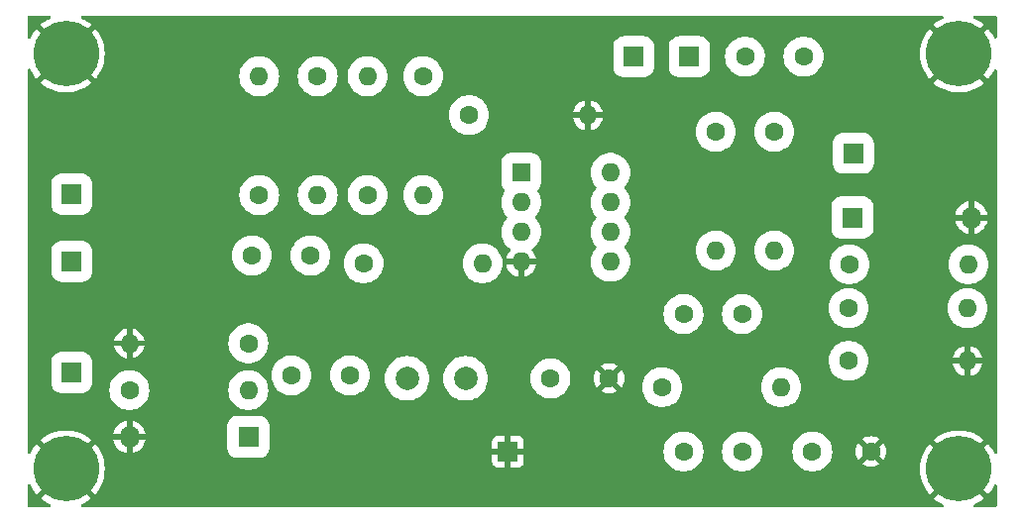
<source format=gbr>
%TF.GenerationSoftware,KiCad,Pcbnew,8.0.6*%
%TF.CreationDate,2025-02-10T12:59:46-08:00*%
%TF.ProjectId,LPF-v2,4c50462d-7632-42e6-9b69-6361645f7063,rev?*%
%TF.SameCoordinates,Original*%
%TF.FileFunction,Copper,L1,Top*%
%TF.FilePolarity,Positive*%
%FSLAX46Y46*%
G04 Gerber Fmt 4.6, Leading zero omitted, Abs format (unit mm)*
G04 Created by KiCad (PCBNEW 8.0.6) date 2025-02-10 12:59:46*
%MOMM*%
%LPD*%
G01*
G04 APERTURE LIST*
%TA.AperFunction,ComponentPad*%
%ADD10C,1.600000*%
%TD*%
%TA.AperFunction,ComponentPad*%
%ADD11C,2.000000*%
%TD*%
%TA.AperFunction,ComponentPad*%
%ADD12R,1.700000X1.700000*%
%TD*%
%TA.AperFunction,ComponentPad*%
%ADD13R,1.800000X1.800000*%
%TD*%
%TA.AperFunction,ComponentPad*%
%ADD14O,1.800000X1.800000*%
%TD*%
%TA.AperFunction,ComponentPad*%
%ADD15O,1.600000X1.600000*%
%TD*%
%TA.AperFunction,ComponentPad*%
%ADD16C,3.600000*%
%TD*%
%TA.AperFunction,ConnectorPad*%
%ADD17C,5.600000*%
%TD*%
%TA.AperFunction,ComponentPad*%
%ADD18R,1.600000X1.600000*%
%TD*%
%TA.AperFunction,ViaPad*%
%ADD19C,0.600000*%
%TD*%
G04 APERTURE END LIST*
D10*
%TO.P,C8,1*%
%TO.N,Net-(U1B-+)*%
X139250000Y-116500000D03*
%TO.P,C8,2*%
%TO.N,GND*%
X144250000Y-116500000D03*
%TD*%
D11*
%TO.P,C3,1*%
%TO.N,Net-(U1A-+)*%
X109630000Y-110250000D03*
%TO.P,C3,2*%
%TO.N,Net-(C3-Pad2)*%
X104630000Y-110250000D03*
%TD*%
D12*
%TO.P,J7,1,Pin_1*%
%TO.N,Net-(J7-Pin_1)*%
X142750000Y-91000000D03*
%TD*%
D13*
%TO.P,D2,1,K*%
%TO.N,Net-(D2-K)*%
X142670000Y-96500000D03*
D14*
%TO.P,D2,2,A*%
%TO.N,GND*%
X152830000Y-96500000D03*
%TD*%
D10*
%TO.P,R14,1*%
%TO.N,Net-(C5-Pad2)*%
X142420000Y-100500000D03*
D15*
%TO.P,R14,2*%
%TO.N,Net-(U1B-+)*%
X152580000Y-100500000D03*
%TD*%
D10*
%TO.P,R5,1*%
%TO.N,Net-(U1A--)*%
X101250000Y-94580000D03*
D15*
%TO.P,R5,2*%
%TO.N,Net-(R1-Pad2)*%
X101250000Y-84420000D03*
%TD*%
D10*
%TO.P,R7,1*%
%TO.N,Net-(D1-K)*%
X91080000Y-107250000D03*
D15*
%TO.P,R7,2*%
%TO.N,GND*%
X80920000Y-107250000D03*
%TD*%
D10*
%TO.P,R13,1*%
%TO.N,Net-(J7-Pin_1)*%
X142340000Y-104250000D03*
D15*
%TO.P,R13,2*%
%TO.N,Net-(D2-K)*%
X152500000Y-104250000D03*
%TD*%
D10*
%TO.P,R12,1*%
%TO.N,Net-(D2-K)*%
X142340000Y-108750000D03*
D15*
%TO.P,R12,2*%
%TO.N,GND*%
X152500000Y-108750000D03*
%TD*%
D10*
%TO.P,R8,1*%
%TO.N,Net-(J5-Pin_1)*%
X80920000Y-111250000D03*
D15*
%TO.P,R8,2*%
%TO.N,Net-(D1-K)*%
X91080000Y-111250000D03*
%TD*%
D12*
%TO.P,J3,1,Pin_1*%
%TO.N,Net-(J3-Pin_1)*%
X124000000Y-82750000D03*
%TD*%
D10*
%TO.P,C1,1*%
%TO.N,Net-(J2-Pin_1)*%
X91380000Y-99750000D03*
%TO.P,C1,2*%
%TO.N,Net-(C1-Pad2)*%
X96380000Y-99750000D03*
%TD*%
D16*
%TO.P,H1,1,1*%
%TO.N,GND*%
X75500000Y-82500000D03*
D17*
X75500000Y-82500000D03*
%TD*%
D10*
%TO.P,C6,1*%
%TO.N,Net-(U1B-+)*%
X128250000Y-116500000D03*
%TO.P,C6,2*%
%TO.N,Net-(C6-Pad2)*%
X133250000Y-116500000D03*
%TD*%
%TO.P,R1,1*%
%TO.N,Net-(J1-Pin_1)*%
X92000000Y-94580000D03*
D15*
%TO.P,R1,2*%
%TO.N,Net-(R1-Pad2)*%
X92000000Y-84420000D03*
%TD*%
D10*
%TO.P,R6,1*%
%TO.N,Net-(U1A--)*%
X106000000Y-84420000D03*
D15*
%TO.P,R6,2*%
%TO.N,Net-(C3-Pad2)*%
X106000000Y-94580000D03*
%TD*%
D16*
%TO.P,H3,1,1*%
%TO.N,GND*%
X75500000Y-118000000D03*
D17*
X75500000Y-118000000D03*
%TD*%
D16*
%TO.P,H2,1,1*%
%TO.N,GND*%
X151750000Y-82500000D03*
D17*
X151750000Y-82500000D03*
%TD*%
D10*
%TO.P,R10,1*%
%TO.N,Net-(R1-Pad2)*%
X131000000Y-89170000D03*
D15*
%TO.P,R10,2*%
%TO.N,Net-(U1B--)*%
X131000000Y-99330000D03*
%TD*%
D10*
%TO.P,R3,1*%
%TO.N,Net-(C1-Pad2)*%
X100920000Y-100420000D03*
D15*
%TO.P,R3,2*%
%TO.N,Net-(U1A-+)*%
X111080000Y-100420000D03*
%TD*%
D12*
%TO.P,J1,1,Pin_1*%
%TO.N,Net-(J1-Pin_1)*%
X76000000Y-94500000D03*
%TD*%
D18*
%TO.P,U1,1*%
%TO.N,Net-(C3-Pad2)*%
X114380000Y-92670000D03*
D15*
%TO.P,U1,2,-*%
%TO.N,Net-(U1A--)*%
X114380000Y-95210000D03*
%TO.P,U1,3,+*%
%TO.N,Net-(U1A-+)*%
X114380000Y-97750000D03*
%TO.P,U1,4,V-*%
%TO.N,GND*%
X114380000Y-100290000D03*
%TO.P,U1,5,+*%
%TO.N,Net-(U1B-+)*%
X122000000Y-100290000D03*
%TO.P,U1,6,-*%
%TO.N,Net-(U1B--)*%
X122000000Y-97750000D03*
%TO.P,U1,7*%
%TO.N,Net-(C6-Pad2)*%
X122000000Y-95210000D03*
%TO.P,U1,8,V+*%
%TO.N,Net-(J3-Pin_1)*%
X122000000Y-92670000D03*
%TD*%
D12*
%TO.P,J6,1,Pin_1*%
%TO.N,Net-(J6-Pin_1)*%
X128750000Y-82750000D03*
%TD*%
D10*
%TO.P,R4,1*%
%TO.N,Net-(R1-Pad2)*%
X109920000Y-87750000D03*
D15*
%TO.P,R4,2*%
%TO.N,GND*%
X120080000Y-87750000D03*
%TD*%
D10*
%TO.P,R9,1*%
%TO.N,Net-(R1-Pad2)*%
X136000000Y-89170000D03*
D15*
%TO.P,R9,2*%
%TO.N,Net-(C5-Pad2)*%
X136000000Y-99330000D03*
%TD*%
D12*
%TO.P,J2,1,Pin_1*%
%TO.N,Net-(J2-Pin_1)*%
X76000000Y-100250000D03*
%TD*%
D10*
%TO.P,C4,1*%
%TO.N,Net-(C3-Pad2)*%
X94750000Y-110000000D03*
%TO.P,C4,2*%
%TO.N,Net-(D1-K)*%
X99750000Y-110000000D03*
%TD*%
%TO.P,C2,1*%
%TO.N,GND*%
X121880000Y-110250000D03*
%TO.P,C2,2*%
%TO.N,Net-(U1A-+)*%
X116880000Y-110250000D03*
%TD*%
%TO.P,C7,1*%
%TO.N,Net-(C6-Pad2)*%
X128250000Y-104750000D03*
%TO.P,C7,2*%
%TO.N,Net-(D2-K)*%
X133250000Y-104750000D03*
%TD*%
D12*
%TO.P,J5,1,Pin_1*%
%TO.N,Net-(J5-Pin_1)*%
X76000000Y-109750000D03*
%TD*%
D10*
%TO.P,R11,1*%
%TO.N,Net-(U1B--)*%
X126420000Y-111000000D03*
D15*
%TO.P,R11,2*%
%TO.N,Net-(C6-Pad2)*%
X136580000Y-111000000D03*
%TD*%
D16*
%TO.P,H4,1,1*%
%TO.N,GND*%
X151750000Y-118000000D03*
D17*
X151750000Y-118000000D03*
%TD*%
D10*
%TO.P,C5,1*%
%TO.N,Net-(J6-Pin_1)*%
X133500000Y-82750000D03*
%TO.P,C5,2*%
%TO.N,Net-(C5-Pad2)*%
X138500000Y-82750000D03*
%TD*%
D13*
%TO.P,D1,1,K*%
%TO.N,Net-(D1-K)*%
X91080000Y-115250000D03*
D14*
%TO.P,D1,2,A*%
%TO.N,GND*%
X80920000Y-115250000D03*
%TD*%
D10*
%TO.P,R2,1*%
%TO.N,Net-(R1-Pad2)*%
X97000000Y-84420000D03*
D15*
%TO.P,R2,2*%
%TO.N,Net-(C1-Pad2)*%
X97000000Y-94580000D03*
%TD*%
D12*
%TO.P,J4,1,Pin_1*%
%TO.N,GND*%
X113250000Y-116500000D03*
%TD*%
D19*
%TO.N,GND*%
X133750000Y-107500000D03*
X118750000Y-93750000D03*
X109750000Y-91000000D03*
X109500000Y-95250000D03*
X127000000Y-101000000D03*
X126500000Y-92000000D03*
X138000000Y-104500000D03*
%TD*%
%TA.AperFunction,Conductor*%
%TO.N,GND*%
G36*
X74279588Y-119042330D02*
G01*
X74457670Y-119220412D01*
X74559300Y-119294251D01*
X73347257Y-120506294D01*
X73360495Y-120518836D01*
X73645367Y-120735388D01*
X73645370Y-120735390D01*
X73951990Y-120919876D01*
X74153189Y-121012961D01*
X74205767Y-121058975D01*
X74225121Y-121126111D01*
X74205107Y-121193052D01*
X74152078Y-121238547D01*
X74101123Y-121249500D01*
X72374500Y-121249500D01*
X72307461Y-121229815D01*
X72261706Y-121177011D01*
X72250500Y-121125500D01*
X72250500Y-119406187D01*
X72270185Y-119339148D01*
X72322989Y-119293393D01*
X72392147Y-119283449D01*
X72455703Y-119312474D01*
X72489694Y-119360291D01*
X72500602Y-119387668D01*
X72500606Y-119387677D01*
X72668218Y-119703827D01*
X72869024Y-119999994D01*
X72869035Y-120000008D01*
X72996441Y-120150002D01*
X72996442Y-120150002D01*
X74205747Y-118940697D01*
X74279588Y-119042330D01*
G37*
%TD.AperFunction*%
%TA.AperFunction,Conductor*%
G36*
X150418162Y-79270185D02*
G01*
X150463917Y-79322989D01*
X150473861Y-79392147D01*
X150444836Y-79455703D01*
X150403189Y-79487039D01*
X150201990Y-79580123D01*
X149895370Y-79764609D01*
X149895367Y-79764611D01*
X149610486Y-79981170D01*
X149610485Y-79981171D01*
X149597257Y-79993702D01*
X149597256Y-79993703D01*
X150809301Y-81205748D01*
X150707670Y-81279588D01*
X150529588Y-81457670D01*
X150455748Y-81559301D01*
X149246442Y-80349995D01*
X149246441Y-80349996D01*
X149119033Y-80499992D01*
X148918218Y-80796172D01*
X148750606Y-81112322D01*
X148750597Y-81112340D01*
X148618149Y-81444760D01*
X148618147Y-81444767D01*
X148522421Y-81789542D01*
X148522415Y-81789568D01*
X148464527Y-82142668D01*
X148464526Y-82142685D01*
X148445153Y-82499997D01*
X148445153Y-82500002D01*
X148464526Y-82857314D01*
X148464527Y-82857331D01*
X148522415Y-83210431D01*
X148522421Y-83210457D01*
X148618147Y-83555232D01*
X148618149Y-83555239D01*
X148750597Y-83887659D01*
X148750606Y-83887677D01*
X148918218Y-84203827D01*
X149119024Y-84499994D01*
X149119035Y-84500008D01*
X149246441Y-84650002D01*
X149246442Y-84650002D01*
X150455747Y-83440697D01*
X150529588Y-83542330D01*
X150707670Y-83720412D01*
X150809300Y-83794251D01*
X149597257Y-85006294D01*
X149610495Y-85018836D01*
X149895367Y-85235388D01*
X149895370Y-85235390D01*
X150201990Y-85419876D01*
X150526739Y-85570122D01*
X150526744Y-85570123D01*
X150865855Y-85684383D01*
X151215339Y-85761311D01*
X151571075Y-85799999D01*
X151571085Y-85800000D01*
X151928915Y-85800000D01*
X151928924Y-85799999D01*
X152284660Y-85761311D01*
X152634144Y-85684383D01*
X152973255Y-85570123D01*
X152973260Y-85570122D01*
X153298009Y-85419876D01*
X153604629Y-85235390D01*
X153604632Y-85235388D01*
X153889509Y-85018831D01*
X153902742Y-85006295D01*
X153902742Y-85006294D01*
X152690699Y-83794251D01*
X152792330Y-83720412D01*
X152970412Y-83542330D01*
X153044251Y-83440698D01*
X154253556Y-84650002D01*
X154380972Y-84499998D01*
X154380975Y-84499994D01*
X154581781Y-84203827D01*
X154749393Y-83887677D01*
X154749397Y-83887668D01*
X154760306Y-83860291D01*
X154803406Y-83805298D01*
X154869395Y-83782337D01*
X154937323Y-83798698D01*
X154985622Y-83849185D01*
X154999500Y-83906187D01*
X154999500Y-116593812D01*
X154979815Y-116660851D01*
X154927011Y-116706606D01*
X154857853Y-116716550D01*
X154794297Y-116687525D01*
X154760307Y-116639709D01*
X154749402Y-116612341D01*
X154749393Y-116612322D01*
X154581781Y-116296172D01*
X154380975Y-116000005D01*
X154380964Y-115999991D01*
X154253556Y-115849996D01*
X153044251Y-117059301D01*
X152970412Y-116957670D01*
X152792330Y-116779588D01*
X152690698Y-116705748D01*
X153902742Y-115493704D01*
X153889504Y-115481163D01*
X153604632Y-115264611D01*
X153604629Y-115264609D01*
X153298009Y-115080123D01*
X152973260Y-114929877D01*
X152973255Y-114929876D01*
X152634144Y-114815616D01*
X152284660Y-114738688D01*
X151928924Y-114700000D01*
X151571075Y-114700000D01*
X151215339Y-114738688D01*
X150865855Y-114815616D01*
X150526744Y-114929876D01*
X150526739Y-114929877D01*
X150201990Y-115080123D01*
X149895370Y-115264609D01*
X149895367Y-115264611D01*
X149610486Y-115481170D01*
X149610485Y-115481171D01*
X149597257Y-115493702D01*
X149597256Y-115493703D01*
X150809301Y-116705748D01*
X150707670Y-116779588D01*
X150529588Y-116957670D01*
X150455748Y-117059301D01*
X149246442Y-115849995D01*
X149246441Y-115849996D01*
X149119033Y-115999992D01*
X148918218Y-116296172D01*
X148750606Y-116612322D01*
X148750597Y-116612340D01*
X148618149Y-116944760D01*
X148618147Y-116944767D01*
X148522421Y-117289542D01*
X148522415Y-117289568D01*
X148464527Y-117642668D01*
X148464526Y-117642685D01*
X148445153Y-117999997D01*
X148445153Y-118000002D01*
X148464526Y-118357314D01*
X148464527Y-118357331D01*
X148522415Y-118710431D01*
X148522421Y-118710457D01*
X148618147Y-119055232D01*
X148618149Y-119055239D01*
X148750597Y-119387659D01*
X148750606Y-119387677D01*
X148918218Y-119703827D01*
X149119024Y-119999994D01*
X149119035Y-120000008D01*
X149246441Y-120150002D01*
X149246442Y-120150002D01*
X150455747Y-118940697D01*
X150529588Y-119042330D01*
X150707670Y-119220412D01*
X150809300Y-119294251D01*
X149597257Y-120506294D01*
X149610495Y-120518836D01*
X149895367Y-120735388D01*
X149895370Y-120735390D01*
X150201990Y-120919876D01*
X150403189Y-121012961D01*
X150455767Y-121058975D01*
X150475121Y-121126111D01*
X150455107Y-121193052D01*
X150402078Y-121238547D01*
X150351123Y-121249500D01*
X76898877Y-121249500D01*
X76831838Y-121229815D01*
X76786083Y-121177011D01*
X76776139Y-121107853D01*
X76805164Y-121044297D01*
X76846811Y-121012961D01*
X77048009Y-120919876D01*
X77354629Y-120735390D01*
X77354632Y-120735388D01*
X77639509Y-120518831D01*
X77652742Y-120506295D01*
X77652742Y-120506294D01*
X76440699Y-119294251D01*
X76542330Y-119220412D01*
X76720412Y-119042330D01*
X76794251Y-118940698D01*
X78003556Y-120150002D01*
X78130972Y-119999998D01*
X78130975Y-119999994D01*
X78331781Y-119703827D01*
X78499393Y-119387677D01*
X78499402Y-119387659D01*
X78631850Y-119055239D01*
X78631852Y-119055232D01*
X78727578Y-118710457D01*
X78727584Y-118710431D01*
X78785472Y-118357331D01*
X78785473Y-118357314D01*
X78804847Y-118000002D01*
X78804847Y-117999997D01*
X78785473Y-117642685D01*
X78785472Y-117642668D01*
X78727584Y-117289568D01*
X78727578Y-117289542D01*
X78631852Y-116944767D01*
X78631850Y-116944760D01*
X78499402Y-116612340D01*
X78499393Y-116612322D01*
X78331781Y-116296172D01*
X78130975Y-116000005D01*
X78130964Y-115999991D01*
X78003556Y-115849996D01*
X76794251Y-117059301D01*
X76720412Y-116957670D01*
X76542330Y-116779588D01*
X76440698Y-116705748D01*
X77652742Y-115493704D01*
X77639504Y-115481163D01*
X77354632Y-115264611D01*
X77354629Y-115264609D01*
X77048009Y-115080123D01*
X76874827Y-115000000D01*
X79539117Y-115000000D01*
X80544722Y-115000000D01*
X80500667Y-115076306D01*
X80470000Y-115190756D01*
X80470000Y-115309244D01*
X80500667Y-115423694D01*
X80544722Y-115500000D01*
X79539117Y-115500000D01*
X79591317Y-115706135D01*
X79684516Y-115918609D01*
X79811414Y-116112842D01*
X79968558Y-116283545D01*
X79968562Y-116283548D01*
X80151644Y-116426047D01*
X80151648Y-116426050D01*
X80355697Y-116536476D01*
X80355706Y-116536479D01*
X80575139Y-116611811D01*
X80669999Y-116627640D01*
X80670000Y-116627639D01*
X80670000Y-115625277D01*
X80746306Y-115669333D01*
X80860756Y-115700000D01*
X80979244Y-115700000D01*
X81093694Y-115669333D01*
X81170000Y-115625277D01*
X81170000Y-116627640D01*
X81264860Y-116611811D01*
X81484293Y-116536479D01*
X81484302Y-116536476D01*
X81688351Y-116426050D01*
X81688355Y-116426047D01*
X81871437Y-116283548D01*
X81871441Y-116283545D01*
X82028585Y-116112842D01*
X82155483Y-115918609D01*
X82248682Y-115706135D01*
X82300883Y-115500000D01*
X81295278Y-115500000D01*
X81339333Y-115423694D01*
X81370000Y-115309244D01*
X81370000Y-115190756D01*
X81339333Y-115076306D01*
X81295278Y-115000000D01*
X82300883Y-115000000D01*
X82248682Y-114793864D01*
X82155483Y-114581390D01*
X82028585Y-114387157D01*
X81936359Y-114286973D01*
X89279500Y-114286973D01*
X89279500Y-116213010D01*
X89279501Y-116213029D01*
X89285687Y-116291643D01*
X89314721Y-116400000D01*
X89334680Y-116474488D01*
X89347679Y-116500000D01*
X89420614Y-116643146D01*
X89456552Y-116687525D01*
X89539743Y-116790257D01*
X89617907Y-116853553D01*
X89686853Y-116909385D01*
X89770371Y-116951938D01*
X89855512Y-116995320D01*
X90038355Y-117044312D01*
X90116979Y-117050500D01*
X92043020Y-117050499D01*
X92121645Y-117044312D01*
X92304488Y-116995320D01*
X92433008Y-116929835D01*
X92473146Y-116909385D01*
X92473147Y-116909383D01*
X92473149Y-116909383D01*
X92620257Y-116790257D01*
X92739383Y-116643149D01*
X92745290Y-116631557D01*
X92778781Y-116565826D01*
X92825320Y-116474488D01*
X92874312Y-116291645D01*
X92880500Y-116213021D01*
X92880500Y-115602155D01*
X111900000Y-115602155D01*
X111900000Y-116250000D01*
X112816988Y-116250000D01*
X112784075Y-116307007D01*
X112750000Y-116434174D01*
X112750000Y-116565826D01*
X112784075Y-116692993D01*
X112816988Y-116750000D01*
X111900000Y-116750000D01*
X111900000Y-117397844D01*
X111906401Y-117457372D01*
X111906403Y-117457379D01*
X111956645Y-117592086D01*
X111956649Y-117592093D01*
X112042809Y-117707187D01*
X112042812Y-117707190D01*
X112157906Y-117793350D01*
X112157913Y-117793354D01*
X112292620Y-117843596D01*
X112292627Y-117843598D01*
X112352155Y-117849999D01*
X112352172Y-117850000D01*
X113000000Y-117850000D01*
X113000000Y-116933012D01*
X113057007Y-116965925D01*
X113184174Y-117000000D01*
X113315826Y-117000000D01*
X113442993Y-116965925D01*
X113500000Y-116933012D01*
X113500000Y-117850000D01*
X114147828Y-117850000D01*
X114147844Y-117849999D01*
X114207372Y-117843598D01*
X114207379Y-117843596D01*
X114342086Y-117793354D01*
X114342093Y-117793350D01*
X114457187Y-117707190D01*
X114457190Y-117707187D01*
X114543350Y-117592093D01*
X114543354Y-117592086D01*
X114593596Y-117457379D01*
X114593598Y-117457372D01*
X114599999Y-117397844D01*
X114600000Y-117397827D01*
X114600000Y-116750000D01*
X113683012Y-116750000D01*
X113715925Y-116692993D01*
X113750000Y-116565826D01*
X113750000Y-116499995D01*
X126544732Y-116499995D01*
X126544732Y-116500004D01*
X126563777Y-116754154D01*
X126618821Y-116995319D01*
X126620492Y-117002637D01*
X126713607Y-117239888D01*
X126841041Y-117460612D01*
X126999950Y-117659877D01*
X127186783Y-117833232D01*
X127397366Y-117976805D01*
X127397371Y-117976807D01*
X127397372Y-117976808D01*
X127397373Y-117976809D01*
X127519328Y-118035538D01*
X127626992Y-118087387D01*
X127626993Y-118087387D01*
X127626996Y-118087389D01*
X127870542Y-118162513D01*
X128122565Y-118200500D01*
X128377435Y-118200500D01*
X128629458Y-118162513D01*
X128873004Y-118087389D01*
X129102634Y-117976805D01*
X129313217Y-117833232D01*
X129500050Y-117659877D01*
X129658959Y-117460612D01*
X129786393Y-117239888D01*
X129879508Y-117002637D01*
X129936222Y-116754157D01*
X129944541Y-116643146D01*
X129955268Y-116500004D01*
X129955268Y-116499995D01*
X131544732Y-116499995D01*
X131544732Y-116500004D01*
X131563777Y-116754154D01*
X131618821Y-116995319D01*
X131620492Y-117002637D01*
X131713607Y-117239888D01*
X131841041Y-117460612D01*
X131999950Y-117659877D01*
X132186783Y-117833232D01*
X132397366Y-117976805D01*
X132397371Y-117976807D01*
X132397372Y-117976808D01*
X132397373Y-117976809D01*
X132519328Y-118035538D01*
X132626992Y-118087387D01*
X132626993Y-118087387D01*
X132626996Y-118087389D01*
X132870542Y-118162513D01*
X133122565Y-118200500D01*
X133377435Y-118200500D01*
X133629458Y-118162513D01*
X133873004Y-118087389D01*
X134102634Y-117976805D01*
X134313217Y-117833232D01*
X134500050Y-117659877D01*
X134658959Y-117460612D01*
X134786393Y-117239888D01*
X134879508Y-117002637D01*
X134936222Y-116754157D01*
X134944541Y-116643146D01*
X134955268Y-116500004D01*
X134955268Y-116499995D01*
X137544732Y-116499995D01*
X137544732Y-116500004D01*
X137563777Y-116754154D01*
X137618821Y-116995319D01*
X137620492Y-117002637D01*
X137713607Y-117239888D01*
X137841041Y-117460612D01*
X137999950Y-117659877D01*
X138186783Y-117833232D01*
X138397366Y-117976805D01*
X138397371Y-117976807D01*
X138397372Y-117976808D01*
X138397373Y-117976809D01*
X138519328Y-118035538D01*
X138626992Y-118087387D01*
X138626993Y-118087387D01*
X138626996Y-118087389D01*
X138870542Y-118162513D01*
X139122565Y-118200500D01*
X139377435Y-118200500D01*
X139629458Y-118162513D01*
X139873004Y-118087389D01*
X140102634Y-117976805D01*
X140313217Y-117833232D01*
X140500050Y-117659877D01*
X140658959Y-117460612D01*
X140786393Y-117239888D01*
X140879508Y-117002637D01*
X140936222Y-116754157D01*
X140944541Y-116643146D01*
X140955268Y-116500004D01*
X140955268Y-116499997D01*
X142945034Y-116499997D01*
X142945034Y-116500002D01*
X142964858Y-116726599D01*
X142964860Y-116726610D01*
X143023730Y-116946317D01*
X143023735Y-116946331D01*
X143119863Y-117152478D01*
X143170974Y-117225472D01*
X143850000Y-116546446D01*
X143850000Y-116552661D01*
X143877259Y-116654394D01*
X143929920Y-116745606D01*
X144004394Y-116820080D01*
X144095606Y-116872741D01*
X144197339Y-116900000D01*
X144203553Y-116900000D01*
X143524526Y-117579025D01*
X143597513Y-117630132D01*
X143597521Y-117630136D01*
X143803668Y-117726264D01*
X143803682Y-117726269D01*
X144023389Y-117785139D01*
X144023400Y-117785141D01*
X144249998Y-117804966D01*
X144250002Y-117804966D01*
X144476599Y-117785141D01*
X144476610Y-117785139D01*
X144696317Y-117726269D01*
X144696331Y-117726264D01*
X144902478Y-117630136D01*
X144975471Y-117579024D01*
X144296447Y-116900000D01*
X144302661Y-116900000D01*
X144404394Y-116872741D01*
X144495606Y-116820080D01*
X144570080Y-116745606D01*
X144622741Y-116654394D01*
X144650000Y-116552661D01*
X144650000Y-116546447D01*
X145329024Y-117225471D01*
X145380136Y-117152478D01*
X145476264Y-116946331D01*
X145476269Y-116946317D01*
X145535139Y-116726610D01*
X145535141Y-116726599D01*
X145554966Y-116500002D01*
X145554966Y-116499997D01*
X145535141Y-116273400D01*
X145535139Y-116273389D01*
X145476269Y-116053682D01*
X145476264Y-116053668D01*
X145380136Y-115847521D01*
X145380132Y-115847513D01*
X145329025Y-115774526D01*
X144650000Y-116453551D01*
X144650000Y-116447339D01*
X144622741Y-116345606D01*
X144570080Y-116254394D01*
X144495606Y-116179920D01*
X144404394Y-116127259D01*
X144302661Y-116100000D01*
X144296448Y-116100000D01*
X144975472Y-115420974D01*
X144902478Y-115369863D01*
X144696331Y-115273735D01*
X144696317Y-115273730D01*
X144476610Y-115214860D01*
X144476599Y-115214858D01*
X144250002Y-115195034D01*
X144249998Y-115195034D01*
X144023400Y-115214858D01*
X144023389Y-115214860D01*
X143803682Y-115273730D01*
X143803673Y-115273734D01*
X143597516Y-115369866D01*
X143597512Y-115369868D01*
X143524526Y-115420973D01*
X143524526Y-115420974D01*
X144203553Y-116100000D01*
X144197339Y-116100000D01*
X144095606Y-116127259D01*
X144004394Y-116179920D01*
X143929920Y-116254394D01*
X143877259Y-116345606D01*
X143850000Y-116447339D01*
X143850000Y-116453552D01*
X143170974Y-115774526D01*
X143170973Y-115774526D01*
X143119868Y-115847512D01*
X143119866Y-115847516D01*
X143023734Y-116053673D01*
X143023730Y-116053682D01*
X142964860Y-116273389D01*
X142964858Y-116273400D01*
X142945034Y-116499997D01*
X140955268Y-116499997D01*
X140955268Y-116499995D01*
X140941663Y-116318459D01*
X140936222Y-116245843D01*
X140879508Y-115997363D01*
X140786393Y-115760112D01*
X140658959Y-115539388D01*
X140500050Y-115340123D01*
X140313217Y-115166768D01*
X140102634Y-115023195D01*
X140102630Y-115023193D01*
X140102627Y-115023191D01*
X140102626Y-115023190D01*
X139873006Y-114912612D01*
X139873008Y-114912612D01*
X139629466Y-114837489D01*
X139629462Y-114837488D01*
X139629458Y-114837487D01*
X139508231Y-114819214D01*
X139377440Y-114799500D01*
X139377435Y-114799500D01*
X139122565Y-114799500D01*
X139122559Y-114799500D01*
X138965609Y-114823157D01*
X138870542Y-114837487D01*
X138870539Y-114837488D01*
X138870533Y-114837489D01*
X138626992Y-114912612D01*
X138397373Y-115023190D01*
X138397372Y-115023191D01*
X138186782Y-115166768D01*
X137999952Y-115340121D01*
X137999950Y-115340123D01*
X137841041Y-115539388D01*
X137713608Y-115760109D01*
X137620492Y-115997362D01*
X137620490Y-115997369D01*
X137563777Y-116245845D01*
X137544732Y-116499995D01*
X134955268Y-116499995D01*
X134941663Y-116318459D01*
X134936222Y-116245843D01*
X134879508Y-115997363D01*
X134786393Y-115760112D01*
X134658959Y-115539388D01*
X134500050Y-115340123D01*
X134313217Y-115166768D01*
X134102634Y-115023195D01*
X134102630Y-115023193D01*
X134102627Y-115023191D01*
X134102626Y-115023190D01*
X133873006Y-114912612D01*
X133873008Y-114912612D01*
X133629466Y-114837489D01*
X133629462Y-114837488D01*
X133629458Y-114837487D01*
X133508231Y-114819214D01*
X133377440Y-114799500D01*
X133377435Y-114799500D01*
X133122565Y-114799500D01*
X133122559Y-114799500D01*
X132965609Y-114823157D01*
X132870542Y-114837487D01*
X132870539Y-114837488D01*
X132870533Y-114837489D01*
X132626992Y-114912612D01*
X132397373Y-115023190D01*
X132397372Y-115023191D01*
X132186782Y-115166768D01*
X131999952Y-115340121D01*
X131999950Y-115340123D01*
X131841041Y-115539388D01*
X131713608Y-115760109D01*
X131620492Y-115997362D01*
X131620490Y-115997369D01*
X131563777Y-116245845D01*
X131544732Y-116499995D01*
X129955268Y-116499995D01*
X129941663Y-116318459D01*
X129936222Y-116245843D01*
X129879508Y-115997363D01*
X129786393Y-115760112D01*
X129658959Y-115539388D01*
X129500050Y-115340123D01*
X129313217Y-115166768D01*
X129102634Y-115023195D01*
X129102630Y-115023193D01*
X129102627Y-115023191D01*
X129102626Y-115023190D01*
X128873006Y-114912612D01*
X128873008Y-114912612D01*
X128629466Y-114837489D01*
X128629462Y-114837488D01*
X128629458Y-114837487D01*
X128508231Y-114819214D01*
X128377440Y-114799500D01*
X128377435Y-114799500D01*
X128122565Y-114799500D01*
X128122559Y-114799500D01*
X127965609Y-114823157D01*
X127870542Y-114837487D01*
X127870539Y-114837488D01*
X127870533Y-114837489D01*
X127626992Y-114912612D01*
X127397373Y-115023190D01*
X127397372Y-115023191D01*
X127186782Y-115166768D01*
X126999952Y-115340121D01*
X126999950Y-115340123D01*
X126841041Y-115539388D01*
X126713608Y-115760109D01*
X126620492Y-115997362D01*
X126620490Y-115997369D01*
X126563777Y-116245845D01*
X126544732Y-116499995D01*
X113750000Y-116499995D01*
X113750000Y-116434174D01*
X113715925Y-116307007D01*
X113683012Y-116250000D01*
X114600000Y-116250000D01*
X114600000Y-115602172D01*
X114599999Y-115602155D01*
X114593598Y-115542627D01*
X114593596Y-115542620D01*
X114543354Y-115407913D01*
X114543350Y-115407906D01*
X114457190Y-115292812D01*
X114457187Y-115292809D01*
X114342093Y-115206649D01*
X114342086Y-115206645D01*
X114207379Y-115156403D01*
X114207372Y-115156401D01*
X114147844Y-115150000D01*
X113500000Y-115150000D01*
X113500000Y-116066988D01*
X113442993Y-116034075D01*
X113315826Y-116000000D01*
X113184174Y-116000000D01*
X113057007Y-116034075D01*
X113000000Y-116066988D01*
X113000000Y-115150000D01*
X112352155Y-115150000D01*
X112292627Y-115156401D01*
X112292620Y-115156403D01*
X112157913Y-115206645D01*
X112157906Y-115206649D01*
X112042812Y-115292809D01*
X112042809Y-115292812D01*
X111956649Y-115407906D01*
X111956645Y-115407913D01*
X111906403Y-115542620D01*
X111906401Y-115542627D01*
X111900000Y-115602155D01*
X92880500Y-115602155D01*
X92880499Y-114286980D01*
X92874312Y-114208355D01*
X92825320Y-114025512D01*
X92781938Y-113940371D01*
X92739385Y-113856853D01*
X92706554Y-113816311D01*
X92620257Y-113709743D01*
X92533958Y-113639859D01*
X92473146Y-113590614D01*
X92347868Y-113526783D01*
X92304488Y-113504680D01*
X92237562Y-113486747D01*
X92121643Y-113455687D01*
X92049736Y-113450028D01*
X92043021Y-113449500D01*
X92043020Y-113449500D01*
X90116989Y-113449500D01*
X90116970Y-113449501D01*
X90038356Y-113455687D01*
X89855512Y-113504680D01*
X89686853Y-113590614D01*
X89539743Y-113709743D01*
X89420614Y-113856853D01*
X89334680Y-114025512D01*
X89285687Y-114208356D01*
X89285687Y-114208357D01*
X89279500Y-114286973D01*
X81936359Y-114286973D01*
X81871441Y-114216454D01*
X81871437Y-114216451D01*
X81688355Y-114073952D01*
X81688351Y-114073949D01*
X81484302Y-113963523D01*
X81484293Y-113963520D01*
X81264861Y-113888188D01*
X81170000Y-113872359D01*
X81170000Y-114874722D01*
X81093694Y-114830667D01*
X80979244Y-114800000D01*
X80860756Y-114800000D01*
X80746306Y-114830667D01*
X80670000Y-114874722D01*
X80670000Y-113872359D01*
X80669999Y-113872359D01*
X80575138Y-113888188D01*
X80355706Y-113963520D01*
X80355697Y-113963523D01*
X80151648Y-114073949D01*
X80151644Y-114073952D01*
X79968562Y-114216451D01*
X79968558Y-114216454D01*
X79811414Y-114387157D01*
X79684516Y-114581390D01*
X79591317Y-114793864D01*
X79539117Y-115000000D01*
X76874827Y-115000000D01*
X76723260Y-114929877D01*
X76723255Y-114929876D01*
X76384144Y-114815616D01*
X76034660Y-114738688D01*
X75678924Y-114700000D01*
X75321075Y-114700000D01*
X74965339Y-114738688D01*
X74615855Y-114815616D01*
X74276744Y-114929876D01*
X74276739Y-114929877D01*
X73951990Y-115080123D01*
X73645370Y-115264609D01*
X73645367Y-115264611D01*
X73360486Y-115481170D01*
X73360485Y-115481171D01*
X73347257Y-115493702D01*
X73347256Y-115493703D01*
X74559301Y-116705748D01*
X74457670Y-116779588D01*
X74279588Y-116957670D01*
X74205748Y-117059301D01*
X72996442Y-115849995D01*
X72996441Y-115849996D01*
X72869033Y-115999992D01*
X72668218Y-116296172D01*
X72500606Y-116612322D01*
X72500597Y-116612341D01*
X72489693Y-116639709D01*
X72446593Y-116694701D01*
X72380603Y-116717662D01*
X72312676Y-116701301D01*
X72264378Y-116650813D01*
X72250500Y-116593812D01*
X72250500Y-108836973D01*
X74249500Y-108836973D01*
X74249500Y-110663010D01*
X74249501Y-110663029D01*
X74255687Y-110741643D01*
X74258631Y-110752630D01*
X74304680Y-110924488D01*
X74323086Y-110960611D01*
X74390614Y-111093146D01*
X74439859Y-111153958D01*
X74509743Y-111240257D01*
X74616311Y-111326554D01*
X74656853Y-111359385D01*
X74740371Y-111401938D01*
X74825512Y-111445320D01*
X75008355Y-111494312D01*
X75086979Y-111500500D01*
X76913020Y-111500499D01*
X76991645Y-111494312D01*
X77174488Y-111445320D01*
X77303008Y-111379835D01*
X77343146Y-111359385D01*
X77343147Y-111359383D01*
X77343149Y-111359383D01*
X77478232Y-111249995D01*
X79214732Y-111249995D01*
X79214732Y-111250004D01*
X79233777Y-111504154D01*
X79287582Y-111739890D01*
X79290492Y-111752637D01*
X79383607Y-111989888D01*
X79511041Y-112210612D01*
X79669950Y-112409877D01*
X79856783Y-112583232D01*
X80067366Y-112726805D01*
X80067371Y-112726807D01*
X80067372Y-112726808D01*
X80067373Y-112726809D01*
X80189328Y-112785538D01*
X80296992Y-112837387D01*
X80296993Y-112837387D01*
X80296996Y-112837389D01*
X80540542Y-112912513D01*
X80792565Y-112950500D01*
X81047435Y-112950500D01*
X81299458Y-112912513D01*
X81543004Y-112837389D01*
X81772634Y-112726805D01*
X81983217Y-112583232D01*
X82170050Y-112409877D01*
X82328959Y-112210612D01*
X82456393Y-111989888D01*
X82549508Y-111752637D01*
X82606222Y-111504157D01*
X82619346Y-111329024D01*
X82625268Y-111250004D01*
X82625268Y-111249995D01*
X89374732Y-111249995D01*
X89374732Y-111250004D01*
X89393777Y-111504154D01*
X89447582Y-111739890D01*
X89450492Y-111752637D01*
X89543607Y-111989888D01*
X89671041Y-112210612D01*
X89829950Y-112409877D01*
X90016783Y-112583232D01*
X90227366Y-112726805D01*
X90227371Y-112726807D01*
X90227372Y-112726808D01*
X90227373Y-112726809D01*
X90349328Y-112785538D01*
X90456992Y-112837387D01*
X90456993Y-112837387D01*
X90456996Y-112837389D01*
X90700542Y-112912513D01*
X90952565Y-112950500D01*
X91207435Y-112950500D01*
X91459458Y-112912513D01*
X91703004Y-112837389D01*
X91932634Y-112726805D01*
X92143217Y-112583232D01*
X92330050Y-112409877D01*
X92488959Y-112210612D01*
X92616393Y-111989888D01*
X92709508Y-111752637D01*
X92766222Y-111504157D01*
X92779346Y-111329024D01*
X92785268Y-111250004D01*
X92785268Y-111249995D01*
X92766534Y-111000004D01*
X92766222Y-110995843D01*
X92709508Y-110747363D01*
X92616393Y-110510112D01*
X92488959Y-110289388D01*
X92330050Y-110090123D01*
X92232915Y-109999995D01*
X93044732Y-109999995D01*
X93044732Y-110000004D01*
X93063777Y-110254154D01*
X93119289Y-110497369D01*
X93120492Y-110502637D01*
X93196506Y-110696317D01*
X93213608Y-110739890D01*
X93240536Y-110786531D01*
X93341041Y-110960612D01*
X93499950Y-111159877D01*
X93686783Y-111333232D01*
X93897366Y-111476805D01*
X93897371Y-111476807D01*
X93897372Y-111476808D01*
X93897373Y-111476809D01*
X94018498Y-111535139D01*
X94126992Y-111587387D01*
X94126993Y-111587387D01*
X94126996Y-111587389D01*
X94370542Y-111662513D01*
X94622565Y-111700500D01*
X94877435Y-111700500D01*
X95129458Y-111662513D01*
X95373004Y-111587389D01*
X95602634Y-111476805D01*
X95813217Y-111333232D01*
X96000050Y-111159877D01*
X96158959Y-110960612D01*
X96286393Y-110739888D01*
X96379508Y-110502637D01*
X96436222Y-110254157D01*
X96444384Y-110145232D01*
X96455268Y-110000004D01*
X96455268Y-109999995D01*
X98044732Y-109999995D01*
X98044732Y-110000004D01*
X98063777Y-110254154D01*
X98119289Y-110497369D01*
X98120492Y-110502637D01*
X98196506Y-110696317D01*
X98213608Y-110739890D01*
X98240536Y-110786531D01*
X98341041Y-110960612D01*
X98499950Y-111159877D01*
X98686783Y-111333232D01*
X98897366Y-111476805D01*
X98897371Y-111476807D01*
X98897372Y-111476808D01*
X98897373Y-111476809D01*
X99018498Y-111535139D01*
X99126992Y-111587387D01*
X99126993Y-111587387D01*
X99126996Y-111587389D01*
X99370542Y-111662513D01*
X99622565Y-111700500D01*
X99877435Y-111700500D01*
X100129458Y-111662513D01*
X100373004Y-111587389D01*
X100602634Y-111476805D01*
X100813217Y-111333232D01*
X101000050Y-111159877D01*
X101158959Y-110960612D01*
X101286393Y-110739888D01*
X101379508Y-110502637D01*
X101436222Y-110254157D01*
X101436534Y-110249998D01*
X102724645Y-110249998D01*
X102724645Y-110250001D01*
X102744039Y-110521160D01*
X102744040Y-110521167D01*
X102794393Y-110752637D01*
X102801825Y-110786801D01*
X102872196Y-110975471D01*
X102896830Y-111041519D01*
X103027109Y-111280107D01*
X103027110Y-111280108D01*
X103027113Y-111280113D01*
X103190029Y-111497742D01*
X103190033Y-111497746D01*
X103190038Y-111497752D01*
X103382247Y-111689961D01*
X103382253Y-111689966D01*
X103382258Y-111689971D01*
X103599887Y-111852887D01*
X103599891Y-111852889D01*
X103599892Y-111852890D01*
X103838481Y-111983169D01*
X103838480Y-111983169D01*
X103838484Y-111983170D01*
X103838487Y-111983172D01*
X104093199Y-112078175D01*
X104358840Y-112135961D01*
X104610605Y-112153967D01*
X104629999Y-112155355D01*
X104630000Y-112155355D01*
X104630001Y-112155355D01*
X104648100Y-112154060D01*
X104901160Y-112135961D01*
X105166801Y-112078175D01*
X105421513Y-111983172D01*
X105421517Y-111983169D01*
X105421519Y-111983169D01*
X105550921Y-111912510D01*
X105660113Y-111852887D01*
X105877742Y-111689971D01*
X106069971Y-111497742D01*
X106232887Y-111280113D01*
X106334977Y-111093149D01*
X106363169Y-111041519D01*
X106363169Y-111041517D01*
X106363172Y-111041513D01*
X106458175Y-110786801D01*
X106515961Y-110521160D01*
X106535355Y-110250000D01*
X106535355Y-110249998D01*
X107724645Y-110249998D01*
X107724645Y-110250001D01*
X107744039Y-110521160D01*
X107744040Y-110521167D01*
X107794393Y-110752637D01*
X107801825Y-110786801D01*
X107872196Y-110975471D01*
X107896830Y-111041519D01*
X108027109Y-111280107D01*
X108027110Y-111280108D01*
X108027113Y-111280113D01*
X108190029Y-111497742D01*
X108190033Y-111497746D01*
X108190038Y-111497752D01*
X108382247Y-111689961D01*
X108382253Y-111689966D01*
X108382258Y-111689971D01*
X108599887Y-111852887D01*
X108599891Y-111852889D01*
X108599892Y-111852890D01*
X108838481Y-111983169D01*
X108838480Y-111983169D01*
X108838484Y-111983170D01*
X108838487Y-111983172D01*
X109093199Y-112078175D01*
X109358840Y-112135961D01*
X109610605Y-112153967D01*
X109629999Y-112155355D01*
X109630000Y-112155355D01*
X109630001Y-112155355D01*
X109648100Y-112154060D01*
X109901160Y-112135961D01*
X110166801Y-112078175D01*
X110421513Y-111983172D01*
X110421517Y-111983169D01*
X110421519Y-111983169D01*
X110550921Y-111912510D01*
X110660113Y-111852887D01*
X110877742Y-111689971D01*
X111069971Y-111497742D01*
X111232887Y-111280113D01*
X111334977Y-111093149D01*
X111363169Y-111041519D01*
X111363169Y-111041517D01*
X111363172Y-111041513D01*
X111458175Y-110786801D01*
X111515961Y-110521160D01*
X111535355Y-110250000D01*
X111535355Y-110249995D01*
X115174732Y-110249995D01*
X115174732Y-110250004D01*
X115193777Y-110504154D01*
X115249289Y-110747369D01*
X115250492Y-110752637D01*
X115343607Y-110989888D01*
X115471041Y-111210612D01*
X115629950Y-111409877D01*
X115816783Y-111583232D01*
X116027366Y-111726805D01*
X116027371Y-111726807D01*
X116027372Y-111726808D01*
X116027373Y-111726809D01*
X116149328Y-111785538D01*
X116256992Y-111837387D01*
X116256993Y-111837387D01*
X116256996Y-111837389D01*
X116500542Y-111912513D01*
X116752565Y-111950500D01*
X117007435Y-111950500D01*
X117259458Y-111912513D01*
X117503004Y-111837389D01*
X117732634Y-111726805D01*
X117943217Y-111583232D01*
X118130050Y-111409877D01*
X118288959Y-111210612D01*
X118416393Y-110989888D01*
X118509508Y-110752637D01*
X118566222Y-110504157D01*
X118578719Y-110337389D01*
X118585268Y-110250004D01*
X118585268Y-110249997D01*
X120575034Y-110249997D01*
X120575034Y-110250002D01*
X120594858Y-110476599D01*
X120594860Y-110476610D01*
X120653730Y-110696317D01*
X120653735Y-110696331D01*
X120749863Y-110902478D01*
X120800974Y-110975472D01*
X121480000Y-110296446D01*
X121480000Y-110302661D01*
X121507259Y-110404394D01*
X121559920Y-110495606D01*
X121634394Y-110570080D01*
X121725606Y-110622741D01*
X121827339Y-110650000D01*
X121833553Y-110650000D01*
X121154526Y-111329025D01*
X121227513Y-111380132D01*
X121227521Y-111380136D01*
X121433668Y-111476264D01*
X121433682Y-111476269D01*
X121653389Y-111535139D01*
X121653400Y-111535141D01*
X121879998Y-111554966D01*
X121880002Y-111554966D01*
X122106599Y-111535141D01*
X122106610Y-111535139D01*
X122326317Y-111476269D01*
X122326331Y-111476264D01*
X122532478Y-111380136D01*
X122605471Y-111329024D01*
X122276442Y-110999995D01*
X124714732Y-110999995D01*
X124714732Y-111000004D01*
X124733777Y-111254154D01*
X124790003Y-111500498D01*
X124790492Y-111502637D01*
X124878473Y-111726808D01*
X124883608Y-111739890D01*
X124910536Y-111786531D01*
X125011041Y-111960612D01*
X125169950Y-112159877D01*
X125356783Y-112333232D01*
X125567366Y-112476805D01*
X125567371Y-112476807D01*
X125567372Y-112476808D01*
X125567373Y-112476809D01*
X125689328Y-112535538D01*
X125796992Y-112587387D01*
X125796993Y-112587387D01*
X125796996Y-112587389D01*
X126040542Y-112662513D01*
X126292565Y-112700500D01*
X126547435Y-112700500D01*
X126799458Y-112662513D01*
X127043004Y-112587389D01*
X127272634Y-112476805D01*
X127483217Y-112333232D01*
X127670050Y-112159877D01*
X127828959Y-111960612D01*
X127956393Y-111739888D01*
X128049508Y-111502637D01*
X128106222Y-111254157D01*
X128125268Y-111000000D01*
X128125268Y-110999995D01*
X134874732Y-110999995D01*
X134874732Y-111000004D01*
X134893777Y-111254154D01*
X134950003Y-111500498D01*
X134950492Y-111502637D01*
X135038473Y-111726808D01*
X135043608Y-111739890D01*
X135070536Y-111786531D01*
X135171041Y-111960612D01*
X135329950Y-112159877D01*
X135516783Y-112333232D01*
X135727366Y-112476805D01*
X135727371Y-112476807D01*
X135727372Y-112476808D01*
X135727373Y-112476809D01*
X135849328Y-112535538D01*
X135956992Y-112587387D01*
X135956993Y-112587387D01*
X135956996Y-112587389D01*
X136200542Y-112662513D01*
X136452565Y-112700500D01*
X136707435Y-112700500D01*
X136959458Y-112662513D01*
X137203004Y-112587389D01*
X137432634Y-112476805D01*
X137643217Y-112333232D01*
X137830050Y-112159877D01*
X137988959Y-111960612D01*
X138116393Y-111739888D01*
X138209508Y-111502637D01*
X138266222Y-111254157D01*
X138285268Y-111000000D01*
X138284956Y-110995843D01*
X138266731Y-110752637D01*
X138266222Y-110745843D01*
X138209508Y-110497363D01*
X138116393Y-110260112D01*
X137988959Y-110039388D01*
X137830050Y-109840123D01*
X137643217Y-109666768D01*
X137432634Y-109523195D01*
X137432630Y-109523193D01*
X137432627Y-109523191D01*
X137432626Y-109523190D01*
X137203006Y-109412612D01*
X137203008Y-109412612D01*
X136959466Y-109337489D01*
X136959462Y-109337488D01*
X136959458Y-109337487D01*
X136838231Y-109319214D01*
X136707440Y-109299500D01*
X136707435Y-109299500D01*
X136452565Y-109299500D01*
X136452559Y-109299500D01*
X136295609Y-109323157D01*
X136200542Y-109337487D01*
X136200539Y-109337488D01*
X136200533Y-109337489D01*
X135956992Y-109412612D01*
X135727373Y-109523190D01*
X135727372Y-109523191D01*
X135516782Y-109666768D01*
X135329952Y-109840121D01*
X135329950Y-109840123D01*
X135171041Y-110039388D01*
X135043608Y-110260109D01*
X134950492Y-110497362D01*
X134950490Y-110497369D01*
X134893777Y-110745845D01*
X134874732Y-110999995D01*
X128125268Y-110999995D01*
X128124956Y-110995843D01*
X128106731Y-110752637D01*
X128106222Y-110745843D01*
X128049508Y-110497363D01*
X127956393Y-110260112D01*
X127828959Y-110039388D01*
X127670050Y-109840123D01*
X127483217Y-109666768D01*
X127272634Y-109523195D01*
X127272630Y-109523193D01*
X127272627Y-109523191D01*
X127272626Y-109523190D01*
X127043006Y-109412612D01*
X127043008Y-109412612D01*
X126799466Y-109337489D01*
X126799462Y-109337488D01*
X126799458Y-109337487D01*
X126678231Y-109319214D01*
X126547440Y-109299500D01*
X126547435Y-109299500D01*
X126292565Y-109299500D01*
X126292559Y-109299500D01*
X126135609Y-109323157D01*
X126040542Y-109337487D01*
X126040539Y-109337488D01*
X126040533Y-109337489D01*
X125796992Y-109412612D01*
X125567373Y-109523190D01*
X125567372Y-109523191D01*
X125356782Y-109666768D01*
X125169952Y-109840121D01*
X125169950Y-109840123D01*
X125011041Y-110039388D01*
X124883608Y-110260109D01*
X124790492Y-110497362D01*
X124790490Y-110497369D01*
X124733777Y-110745845D01*
X124714732Y-110999995D01*
X122276442Y-110999995D01*
X121926447Y-110650000D01*
X121932661Y-110650000D01*
X122034394Y-110622741D01*
X122125606Y-110570080D01*
X122200080Y-110495606D01*
X122252741Y-110404394D01*
X122280000Y-110302661D01*
X122280000Y-110296447D01*
X122959024Y-110975471D01*
X123010136Y-110902478D01*
X123106264Y-110696331D01*
X123106269Y-110696317D01*
X123165139Y-110476610D01*
X123165141Y-110476599D01*
X123184966Y-110250002D01*
X123184966Y-110249997D01*
X123165141Y-110023400D01*
X123165139Y-110023389D01*
X123106269Y-109803682D01*
X123106264Y-109803668D01*
X123010136Y-109597521D01*
X123010132Y-109597513D01*
X122959025Y-109524526D01*
X122280000Y-110203551D01*
X122280000Y-110197339D01*
X122252741Y-110095606D01*
X122200080Y-110004394D01*
X122125606Y-109929920D01*
X122034394Y-109877259D01*
X121932661Y-109850000D01*
X121926448Y-109850000D01*
X122605472Y-109170974D01*
X122532478Y-109119863D01*
X122326331Y-109023735D01*
X122326317Y-109023730D01*
X122106610Y-108964860D01*
X122106599Y-108964858D01*
X121880002Y-108945034D01*
X121879998Y-108945034D01*
X121653400Y-108964858D01*
X121653389Y-108964860D01*
X121433682Y-109023730D01*
X121433673Y-109023734D01*
X121227516Y-109119866D01*
X121227512Y-109119868D01*
X121154526Y-109170973D01*
X121154526Y-109170974D01*
X121833553Y-109850000D01*
X121827339Y-109850000D01*
X121725606Y-109877259D01*
X121634394Y-109929920D01*
X121559920Y-110004394D01*
X121507259Y-110095606D01*
X121480000Y-110197339D01*
X121480000Y-110203552D01*
X120800974Y-109524526D01*
X120800973Y-109524526D01*
X120749868Y-109597512D01*
X120749866Y-109597516D01*
X120653734Y-109803673D01*
X120653730Y-109803682D01*
X120594860Y-110023389D01*
X120594858Y-110023400D01*
X120575034Y-110249997D01*
X118585268Y-110249997D01*
X118585268Y-110249995D01*
X118566534Y-110000004D01*
X118566222Y-109995843D01*
X118509508Y-109747363D01*
X118416393Y-109510112D01*
X118288959Y-109289388D01*
X118130050Y-109090123D01*
X117943217Y-108916768D01*
X117732634Y-108773195D01*
X117732630Y-108773193D01*
X117732627Y-108773191D01*
X117732626Y-108773190D01*
X117684461Y-108749995D01*
X140634732Y-108749995D01*
X140634732Y-108750004D01*
X140653777Y-109004154D01*
X140691852Y-109170973D01*
X140710492Y-109252637D01*
X140743793Y-109337487D01*
X140803608Y-109489890D01*
X140815283Y-109510112D01*
X140931041Y-109710612D01*
X141089950Y-109909877D01*
X141276783Y-110083232D01*
X141487366Y-110226805D01*
X141487371Y-110226807D01*
X141487372Y-110226808D01*
X141487373Y-110226809D01*
X141609328Y-110285538D01*
X141716992Y-110337387D01*
X141716993Y-110337387D01*
X141716996Y-110337389D01*
X141960542Y-110412513D01*
X142212565Y-110450500D01*
X142467435Y-110450500D01*
X142719458Y-110412513D01*
X142963004Y-110337389D01*
X143192634Y-110226805D01*
X143403217Y-110083232D01*
X143590050Y-109909877D01*
X143748959Y-109710612D01*
X143876393Y-109489888D01*
X143969508Y-109252637D01*
X144026222Y-109004157D01*
X144038719Y-108837389D01*
X144045268Y-108750004D01*
X144045268Y-108749995D01*
X144027795Y-108516830D01*
X144026533Y-108499999D01*
X151221127Y-108499999D01*
X151221128Y-108500000D01*
X152184314Y-108500000D01*
X152179920Y-108504394D01*
X152127259Y-108595606D01*
X152100000Y-108697339D01*
X152100000Y-108802661D01*
X152127259Y-108904394D01*
X152179920Y-108995606D01*
X152184314Y-109000000D01*
X151221128Y-109000000D01*
X151273730Y-109196317D01*
X151273734Y-109196326D01*
X151369865Y-109402482D01*
X151500342Y-109588820D01*
X151661179Y-109749657D01*
X151847517Y-109880134D01*
X152053673Y-109976265D01*
X152053682Y-109976269D01*
X152249999Y-110028872D01*
X152250000Y-110028871D01*
X152250000Y-109065686D01*
X152254394Y-109070080D01*
X152345606Y-109122741D01*
X152447339Y-109150000D01*
X152552661Y-109150000D01*
X152654394Y-109122741D01*
X152745606Y-109070080D01*
X152750000Y-109065686D01*
X152750000Y-110028872D01*
X152946317Y-109976269D01*
X152946326Y-109976265D01*
X153152482Y-109880134D01*
X153338820Y-109749657D01*
X153499657Y-109588820D01*
X153630134Y-109402482D01*
X153726265Y-109196326D01*
X153726269Y-109196317D01*
X153778872Y-109000000D01*
X152815686Y-109000000D01*
X152820080Y-108995606D01*
X152872741Y-108904394D01*
X152900000Y-108802661D01*
X152900000Y-108697339D01*
X152872741Y-108595606D01*
X152820080Y-108504394D01*
X152815686Y-108500000D01*
X153778872Y-108500000D01*
X153778872Y-108499999D01*
X153726269Y-108303682D01*
X153726265Y-108303673D01*
X153630134Y-108097517D01*
X153499657Y-107911179D01*
X153338820Y-107750342D01*
X153152482Y-107619865D01*
X152946328Y-107523734D01*
X152750000Y-107471127D01*
X152750000Y-108434314D01*
X152745606Y-108429920D01*
X152654394Y-108377259D01*
X152552661Y-108350000D01*
X152447339Y-108350000D01*
X152345606Y-108377259D01*
X152254394Y-108429920D01*
X152250000Y-108434314D01*
X152250000Y-107471127D01*
X152053671Y-107523734D01*
X151847517Y-107619865D01*
X151661179Y-107750342D01*
X151500342Y-107911179D01*
X151369865Y-108097517D01*
X151273734Y-108303673D01*
X151273730Y-108303682D01*
X151221127Y-108499999D01*
X144026533Y-108499999D01*
X144026222Y-108495843D01*
X143969508Y-108247363D01*
X143876393Y-108010112D01*
X143748959Y-107789388D01*
X143590050Y-107590123D01*
X143403217Y-107416768D01*
X143192634Y-107273195D01*
X143192630Y-107273193D01*
X143192627Y-107273191D01*
X143192626Y-107273190D01*
X142963006Y-107162612D01*
X142963008Y-107162612D01*
X142719466Y-107087489D01*
X142719462Y-107087488D01*
X142719458Y-107087487D01*
X142598231Y-107069214D01*
X142467440Y-107049500D01*
X142467435Y-107049500D01*
X142212565Y-107049500D01*
X142212559Y-107049500D01*
X142055609Y-107073157D01*
X141960542Y-107087487D01*
X141960539Y-107087488D01*
X141960533Y-107087489D01*
X141716992Y-107162612D01*
X141487373Y-107273190D01*
X141487372Y-107273191D01*
X141276782Y-107416768D01*
X141089952Y-107590121D01*
X141089950Y-107590123D01*
X140931041Y-107789388D01*
X140803608Y-108010109D01*
X140710492Y-108247362D01*
X140710490Y-108247369D01*
X140653777Y-108495845D01*
X140634732Y-108749995D01*
X117684461Y-108749995D01*
X117503006Y-108662612D01*
X117503008Y-108662612D01*
X117259466Y-108587489D01*
X117259462Y-108587488D01*
X117259458Y-108587487D01*
X117138231Y-108569214D01*
X117007440Y-108549500D01*
X117007435Y-108549500D01*
X116752565Y-108549500D01*
X116752559Y-108549500D01*
X116595609Y-108573157D01*
X116500542Y-108587487D01*
X116500539Y-108587488D01*
X116500533Y-108587489D01*
X116256992Y-108662612D01*
X116027373Y-108773190D01*
X116027372Y-108773191D01*
X115816782Y-108916768D01*
X115629952Y-109090121D01*
X115629950Y-109090123D01*
X115471041Y-109289388D01*
X115343608Y-109510109D01*
X115250492Y-109747362D01*
X115250490Y-109747369D01*
X115193777Y-109995845D01*
X115174732Y-110249995D01*
X111535355Y-110249995D01*
X111515961Y-109978840D01*
X111458175Y-109713199D01*
X111363172Y-109458487D01*
X111363170Y-109458484D01*
X111363169Y-109458480D01*
X111232890Y-109219892D01*
X111232889Y-109219891D01*
X111232887Y-109219887D01*
X111069971Y-109002258D01*
X111069966Y-109002253D01*
X111069961Y-109002247D01*
X110877752Y-108810038D01*
X110877746Y-108810033D01*
X110877742Y-108810029D01*
X110660113Y-108647113D01*
X110660108Y-108647110D01*
X110660107Y-108647109D01*
X110421518Y-108516830D01*
X110421519Y-108516830D01*
X110312770Y-108476269D01*
X110166801Y-108421825D01*
X110166794Y-108421823D01*
X110166793Y-108421823D01*
X109901167Y-108364040D01*
X109901160Y-108364039D01*
X109630001Y-108344645D01*
X109629999Y-108344645D01*
X109358839Y-108364039D01*
X109358832Y-108364040D01*
X109093206Y-108421823D01*
X109093202Y-108421824D01*
X109093199Y-108421825D01*
X108965843Y-108469326D01*
X108838480Y-108516830D01*
X108599892Y-108647109D01*
X108599891Y-108647110D01*
X108382259Y-108810028D01*
X108382247Y-108810038D01*
X108190038Y-109002247D01*
X108190028Y-109002259D01*
X108027110Y-109219891D01*
X108027109Y-109219892D01*
X107896830Y-109458480D01*
X107862882Y-109549500D01*
X107801825Y-109713199D01*
X107801824Y-109713202D01*
X107801823Y-109713206D01*
X107744040Y-109978832D01*
X107744039Y-109978839D01*
X107724645Y-110249998D01*
X106535355Y-110249998D01*
X106515961Y-109978840D01*
X106458175Y-109713199D01*
X106363172Y-109458487D01*
X106363170Y-109458484D01*
X106363169Y-109458480D01*
X106232890Y-109219892D01*
X106232889Y-109219891D01*
X106232887Y-109219887D01*
X106069971Y-109002258D01*
X106069966Y-109002253D01*
X106069961Y-109002247D01*
X105877752Y-108810038D01*
X105877746Y-108810033D01*
X105877742Y-108810029D01*
X105660113Y-108647113D01*
X105660108Y-108647110D01*
X105660107Y-108647109D01*
X105421518Y-108516830D01*
X105421519Y-108516830D01*
X105312770Y-108476269D01*
X105166801Y-108421825D01*
X105166794Y-108421823D01*
X105166793Y-108421823D01*
X104901167Y-108364040D01*
X104901160Y-108364039D01*
X104630001Y-108344645D01*
X104629999Y-108344645D01*
X104358839Y-108364039D01*
X104358832Y-108364040D01*
X104093206Y-108421823D01*
X104093202Y-108421824D01*
X104093199Y-108421825D01*
X103965843Y-108469326D01*
X103838480Y-108516830D01*
X103599892Y-108647109D01*
X103599891Y-108647110D01*
X103382259Y-108810028D01*
X103382247Y-108810038D01*
X103190038Y-109002247D01*
X103190028Y-109002259D01*
X103027110Y-109219891D01*
X103027109Y-109219892D01*
X102896830Y-109458480D01*
X102862882Y-109549500D01*
X102801825Y-109713199D01*
X102801824Y-109713202D01*
X102801823Y-109713206D01*
X102744040Y-109978832D01*
X102744039Y-109978839D01*
X102724645Y-110249998D01*
X101436534Y-110249998D01*
X101444384Y-110145232D01*
X101455268Y-110000004D01*
X101455268Y-109999995D01*
X101436222Y-109745845D01*
X101428772Y-109713206D01*
X101379508Y-109497363D01*
X101286393Y-109260112D01*
X101158959Y-109039388D01*
X101000050Y-108840123D01*
X100813217Y-108666768D01*
X100602634Y-108523195D01*
X100602630Y-108523193D01*
X100602627Y-108523191D01*
X100602626Y-108523190D01*
X100373006Y-108412612D01*
X100373008Y-108412612D01*
X100129466Y-108337489D01*
X100129462Y-108337488D01*
X100129458Y-108337487D01*
X100008231Y-108319214D01*
X99877440Y-108299500D01*
X99877435Y-108299500D01*
X99622565Y-108299500D01*
X99622559Y-108299500D01*
X99465609Y-108323157D01*
X99370542Y-108337487D01*
X99370539Y-108337488D01*
X99370533Y-108337489D01*
X99126992Y-108412612D01*
X98897373Y-108523190D01*
X98897372Y-108523191D01*
X98686782Y-108666768D01*
X98499952Y-108840121D01*
X98499950Y-108840123D01*
X98341041Y-109039388D01*
X98213608Y-109260109D01*
X98120492Y-109497362D01*
X98120490Y-109497369D01*
X98063777Y-109745845D01*
X98044732Y-109999995D01*
X96455268Y-109999995D01*
X96436222Y-109745845D01*
X96428772Y-109713206D01*
X96379508Y-109497363D01*
X96286393Y-109260112D01*
X96158959Y-109039388D01*
X96000050Y-108840123D01*
X95813217Y-108666768D01*
X95602634Y-108523195D01*
X95602630Y-108523193D01*
X95602627Y-108523191D01*
X95602626Y-108523190D01*
X95373006Y-108412612D01*
X95373008Y-108412612D01*
X95129466Y-108337489D01*
X95129462Y-108337488D01*
X95129458Y-108337487D01*
X95008231Y-108319214D01*
X94877440Y-108299500D01*
X94877435Y-108299500D01*
X94622565Y-108299500D01*
X94622559Y-108299500D01*
X94465609Y-108323157D01*
X94370542Y-108337487D01*
X94370539Y-108337488D01*
X94370533Y-108337489D01*
X94126992Y-108412612D01*
X93897373Y-108523190D01*
X93897372Y-108523191D01*
X93686782Y-108666768D01*
X93499952Y-108840121D01*
X93499950Y-108840123D01*
X93341041Y-109039388D01*
X93213608Y-109260109D01*
X93120492Y-109497362D01*
X93120490Y-109497369D01*
X93063777Y-109745845D01*
X93044732Y-109999995D01*
X92232915Y-109999995D01*
X92143217Y-109916768D01*
X91932634Y-109773195D01*
X91932630Y-109773193D01*
X91932627Y-109773191D01*
X91932626Y-109773190D01*
X91703006Y-109662612D01*
X91703008Y-109662612D01*
X91459466Y-109587489D01*
X91459462Y-109587488D01*
X91459458Y-109587487D01*
X91338231Y-109569214D01*
X91207440Y-109549500D01*
X91207435Y-109549500D01*
X90952565Y-109549500D01*
X90952559Y-109549500D01*
X90795609Y-109573157D01*
X90700542Y-109587487D01*
X90700539Y-109587488D01*
X90700533Y-109587489D01*
X90456992Y-109662612D01*
X90227373Y-109773190D01*
X90227372Y-109773191D01*
X90016782Y-109916768D01*
X89829952Y-110090121D01*
X89829950Y-110090123D01*
X89671041Y-110289388D01*
X89543608Y-110510109D01*
X89450492Y-110747362D01*
X89450490Y-110747369D01*
X89393777Y-110995845D01*
X89374732Y-111249995D01*
X82625268Y-111249995D01*
X82606534Y-111000004D01*
X82606222Y-110995843D01*
X82549508Y-110747363D01*
X82456393Y-110510112D01*
X82328959Y-110289388D01*
X82170050Y-110090123D01*
X81983217Y-109916768D01*
X81772634Y-109773195D01*
X81772630Y-109773193D01*
X81772627Y-109773191D01*
X81772626Y-109773190D01*
X81543006Y-109662612D01*
X81543008Y-109662612D01*
X81299466Y-109587489D01*
X81299462Y-109587488D01*
X81299458Y-109587487D01*
X81178231Y-109569214D01*
X81047440Y-109549500D01*
X81047435Y-109549500D01*
X80792565Y-109549500D01*
X80792559Y-109549500D01*
X80635609Y-109573157D01*
X80540542Y-109587487D01*
X80540539Y-109587488D01*
X80540533Y-109587489D01*
X80296992Y-109662612D01*
X80067373Y-109773190D01*
X80067372Y-109773191D01*
X79856782Y-109916768D01*
X79669952Y-110090121D01*
X79669950Y-110090123D01*
X79511041Y-110289388D01*
X79383608Y-110510109D01*
X79290492Y-110747362D01*
X79290490Y-110747369D01*
X79233777Y-110995845D01*
X79214732Y-111249995D01*
X77478232Y-111249995D01*
X77490257Y-111240257D01*
X77609383Y-111093149D01*
X77695320Y-110924488D01*
X77744312Y-110741645D01*
X77750500Y-110663021D01*
X77750499Y-108836980D01*
X77744312Y-108758355D01*
X77695320Y-108575512D01*
X77644751Y-108476265D01*
X77609385Y-108406853D01*
X77559009Y-108344645D01*
X77490257Y-108259743D01*
X77403958Y-108189859D01*
X77343146Y-108140614D01*
X77217868Y-108076783D01*
X77174488Y-108054680D01*
X77107562Y-108036747D01*
X76991643Y-108005687D01*
X76919736Y-108000028D01*
X76913021Y-107999500D01*
X76913020Y-107999500D01*
X75086989Y-107999500D01*
X75086970Y-107999501D01*
X75008356Y-108005687D01*
X74825512Y-108054680D01*
X74656853Y-108140614D01*
X74509743Y-108259743D01*
X74390614Y-108406853D01*
X74304680Y-108575512D01*
X74255687Y-108758356D01*
X74255687Y-108758357D01*
X74249500Y-108836973D01*
X72250500Y-108836973D01*
X72250500Y-106999999D01*
X79641127Y-106999999D01*
X79641128Y-107000000D01*
X80604314Y-107000000D01*
X80599920Y-107004394D01*
X80547259Y-107095606D01*
X80520000Y-107197339D01*
X80520000Y-107302661D01*
X80547259Y-107404394D01*
X80599920Y-107495606D01*
X80604314Y-107500000D01*
X79641128Y-107500000D01*
X79693730Y-107696317D01*
X79693734Y-107696326D01*
X79789865Y-107902482D01*
X79920342Y-108088820D01*
X80081179Y-108249657D01*
X80267517Y-108380134D01*
X80473673Y-108476265D01*
X80473682Y-108476269D01*
X80669999Y-108528872D01*
X80670000Y-108528871D01*
X80670000Y-107565686D01*
X80674394Y-107570080D01*
X80765606Y-107622741D01*
X80867339Y-107650000D01*
X80972661Y-107650000D01*
X81074394Y-107622741D01*
X81165606Y-107570080D01*
X81170000Y-107565686D01*
X81170000Y-108528872D01*
X81366317Y-108476269D01*
X81366326Y-108476265D01*
X81572482Y-108380134D01*
X81758820Y-108249657D01*
X81919657Y-108088820D01*
X82050134Y-107902482D01*
X82146265Y-107696326D01*
X82146269Y-107696317D01*
X82198872Y-107500000D01*
X81235686Y-107500000D01*
X81240080Y-107495606D01*
X81292741Y-107404394D01*
X81320000Y-107302661D01*
X81320000Y-107249995D01*
X89374732Y-107249995D01*
X89374732Y-107250004D01*
X89393777Y-107504154D01*
X89450490Y-107752630D01*
X89450492Y-107752637D01*
X89543608Y-107989890D01*
X89555283Y-108010112D01*
X89671041Y-108210612D01*
X89829950Y-108409877D01*
X90016783Y-108583232D01*
X90227366Y-108726805D01*
X90227371Y-108726807D01*
X90227372Y-108726808D01*
X90227373Y-108726809D01*
X90323696Y-108773195D01*
X90456992Y-108837387D01*
X90456993Y-108837387D01*
X90456996Y-108837389D01*
X90700542Y-108912513D01*
X90952565Y-108950500D01*
X91207435Y-108950500D01*
X91459458Y-108912513D01*
X91703004Y-108837389D01*
X91932634Y-108726805D01*
X92143217Y-108583232D01*
X92330050Y-108409877D01*
X92488959Y-108210612D01*
X92616393Y-107989888D01*
X92709508Y-107752637D01*
X92766222Y-107504157D01*
X92785268Y-107250000D01*
X92778719Y-107162612D01*
X92766863Y-107004394D01*
X92766222Y-106995843D01*
X92709508Y-106747363D01*
X92616393Y-106510112D01*
X92488959Y-106289388D01*
X92330050Y-106090123D01*
X92143217Y-105916768D01*
X91932634Y-105773195D01*
X91932630Y-105773193D01*
X91932627Y-105773191D01*
X91932626Y-105773190D01*
X91703006Y-105662612D01*
X91703008Y-105662612D01*
X91459466Y-105587489D01*
X91459462Y-105587488D01*
X91459458Y-105587487D01*
X91338231Y-105569214D01*
X91207440Y-105549500D01*
X91207435Y-105549500D01*
X90952565Y-105549500D01*
X90952559Y-105549500D01*
X90795609Y-105573157D01*
X90700542Y-105587487D01*
X90700539Y-105587488D01*
X90700533Y-105587489D01*
X90456992Y-105662612D01*
X90227373Y-105773190D01*
X90227372Y-105773191D01*
X90016782Y-105916768D01*
X89829952Y-106090121D01*
X89829950Y-106090123D01*
X89671041Y-106289388D01*
X89543608Y-106510109D01*
X89450492Y-106747362D01*
X89450490Y-106747369D01*
X89393777Y-106995845D01*
X89374732Y-107249995D01*
X81320000Y-107249995D01*
X81320000Y-107197339D01*
X81292741Y-107095606D01*
X81240080Y-107004394D01*
X81235686Y-107000000D01*
X82198872Y-107000000D01*
X82198872Y-106999999D01*
X82146269Y-106803682D01*
X82146265Y-106803673D01*
X82050134Y-106597517D01*
X81919657Y-106411179D01*
X81758820Y-106250342D01*
X81572482Y-106119865D01*
X81366328Y-106023734D01*
X81170000Y-105971127D01*
X81170000Y-106934314D01*
X81165606Y-106929920D01*
X81074394Y-106877259D01*
X80972661Y-106850000D01*
X80867339Y-106850000D01*
X80765606Y-106877259D01*
X80674394Y-106929920D01*
X80670000Y-106934314D01*
X80670000Y-105971127D01*
X80473671Y-106023734D01*
X80267517Y-106119865D01*
X80081179Y-106250342D01*
X79920342Y-106411179D01*
X79789865Y-106597517D01*
X79693734Y-106803673D01*
X79693730Y-106803682D01*
X79641127Y-106999999D01*
X72250500Y-106999999D01*
X72250500Y-104749995D01*
X126544732Y-104749995D01*
X126544732Y-104750004D01*
X126563777Y-105004154D01*
X126610899Y-105210611D01*
X126620492Y-105252637D01*
X126713607Y-105489888D01*
X126841041Y-105710612D01*
X126999950Y-105909877D01*
X127186783Y-106083232D01*
X127397366Y-106226805D01*
X127397371Y-106226807D01*
X127397372Y-106226808D01*
X127397373Y-106226809D01*
X127519328Y-106285538D01*
X127626992Y-106337387D01*
X127626993Y-106337387D01*
X127626996Y-106337389D01*
X127870542Y-106412513D01*
X128122565Y-106450500D01*
X128377435Y-106450500D01*
X128629458Y-106412513D01*
X128873004Y-106337389D01*
X129102634Y-106226805D01*
X129313217Y-106083232D01*
X129500050Y-105909877D01*
X129658959Y-105710612D01*
X129786393Y-105489888D01*
X129879508Y-105252637D01*
X129936222Y-105004157D01*
X129944384Y-104895232D01*
X129955268Y-104750004D01*
X129955268Y-104749995D01*
X131544732Y-104749995D01*
X131544732Y-104750004D01*
X131563777Y-105004154D01*
X131610899Y-105210611D01*
X131620492Y-105252637D01*
X131713607Y-105489888D01*
X131841041Y-105710612D01*
X131999950Y-105909877D01*
X132186783Y-106083232D01*
X132397366Y-106226805D01*
X132397371Y-106226807D01*
X132397372Y-106226808D01*
X132397373Y-106226809D01*
X132519328Y-106285538D01*
X132626992Y-106337387D01*
X132626993Y-106337387D01*
X132626996Y-106337389D01*
X132870542Y-106412513D01*
X133122565Y-106450500D01*
X133377435Y-106450500D01*
X133629458Y-106412513D01*
X133873004Y-106337389D01*
X134102634Y-106226805D01*
X134313217Y-106083232D01*
X134500050Y-105909877D01*
X134658959Y-105710612D01*
X134786393Y-105489888D01*
X134879508Y-105252637D01*
X134936222Y-105004157D01*
X134944384Y-104895232D01*
X134955268Y-104750004D01*
X134955268Y-104749995D01*
X134936222Y-104495845D01*
X134880110Y-104250004D01*
X134880108Y-104249995D01*
X140634732Y-104249995D01*
X140634732Y-104250004D01*
X140653777Y-104504154D01*
X140653778Y-104504157D01*
X140710492Y-104752637D01*
X140803607Y-104989888D01*
X140931041Y-105210612D01*
X141089950Y-105409877D01*
X141276783Y-105583232D01*
X141487366Y-105726805D01*
X141487371Y-105726807D01*
X141487372Y-105726808D01*
X141487373Y-105726809D01*
X141583696Y-105773195D01*
X141716992Y-105837387D01*
X141716993Y-105837387D01*
X141716996Y-105837389D01*
X141960542Y-105912513D01*
X142212565Y-105950500D01*
X142467435Y-105950500D01*
X142719458Y-105912513D01*
X142963004Y-105837389D01*
X143192634Y-105726805D01*
X143403217Y-105583232D01*
X143590050Y-105409877D01*
X143748959Y-105210612D01*
X143876393Y-104989888D01*
X143969508Y-104752637D01*
X144026222Y-104504157D01*
X144045268Y-104250000D01*
X144045268Y-104249995D01*
X150794732Y-104249995D01*
X150794732Y-104250004D01*
X150813777Y-104504154D01*
X150813778Y-104504157D01*
X150870492Y-104752637D01*
X150963607Y-104989888D01*
X151091041Y-105210612D01*
X151249950Y-105409877D01*
X151436783Y-105583232D01*
X151647366Y-105726805D01*
X151647371Y-105726807D01*
X151647372Y-105726808D01*
X151647373Y-105726809D01*
X151743696Y-105773195D01*
X151876992Y-105837387D01*
X151876993Y-105837387D01*
X151876996Y-105837389D01*
X152120542Y-105912513D01*
X152372565Y-105950500D01*
X152627435Y-105950500D01*
X152879458Y-105912513D01*
X153123004Y-105837389D01*
X153352634Y-105726805D01*
X153563217Y-105583232D01*
X153750050Y-105409877D01*
X153908959Y-105210612D01*
X154036393Y-104989888D01*
X154129508Y-104752637D01*
X154186222Y-104504157D01*
X154205268Y-104250000D01*
X154205070Y-104247363D01*
X154186222Y-103995845D01*
X154129509Y-103747369D01*
X154129508Y-103747363D01*
X154036393Y-103510112D01*
X153908959Y-103289388D01*
X153750050Y-103090123D01*
X153563217Y-102916768D01*
X153352634Y-102773195D01*
X153352630Y-102773193D01*
X153352627Y-102773191D01*
X153352626Y-102773190D01*
X153123006Y-102662612D01*
X153123008Y-102662612D01*
X152879466Y-102587489D01*
X152879462Y-102587488D01*
X152879458Y-102587487D01*
X152758231Y-102569214D01*
X152627440Y-102549500D01*
X152627435Y-102549500D01*
X152372565Y-102549500D01*
X152372559Y-102549500D01*
X152215609Y-102573157D01*
X152120542Y-102587487D01*
X152120539Y-102587488D01*
X152120533Y-102587489D01*
X151876992Y-102662612D01*
X151647373Y-102773190D01*
X151647372Y-102773191D01*
X151436782Y-102916768D01*
X151249952Y-103090121D01*
X151249950Y-103090123D01*
X151091041Y-103289388D01*
X150963608Y-103510109D01*
X150870492Y-103747362D01*
X150870490Y-103747369D01*
X150813777Y-103995845D01*
X150794732Y-104249995D01*
X144045268Y-104249995D01*
X144045070Y-104247363D01*
X144026222Y-103995845D01*
X143969509Y-103747369D01*
X143969508Y-103747363D01*
X143876393Y-103510112D01*
X143748959Y-103289388D01*
X143590050Y-103090123D01*
X143403217Y-102916768D01*
X143192634Y-102773195D01*
X143192630Y-102773193D01*
X143192627Y-102773191D01*
X143192626Y-102773190D01*
X142963006Y-102662612D01*
X142963008Y-102662612D01*
X142719466Y-102587489D01*
X142719462Y-102587488D01*
X142719458Y-102587487D01*
X142598231Y-102569214D01*
X142467440Y-102549500D01*
X142467435Y-102549500D01*
X142212565Y-102549500D01*
X142212559Y-102549500D01*
X142055609Y-102573157D01*
X141960542Y-102587487D01*
X141960539Y-102587488D01*
X141960533Y-102587489D01*
X141716992Y-102662612D01*
X141487373Y-102773190D01*
X141487372Y-102773191D01*
X141276782Y-102916768D01*
X141089952Y-103090121D01*
X141089950Y-103090123D01*
X140931041Y-103289388D01*
X140803608Y-103510109D01*
X140710492Y-103747362D01*
X140710490Y-103747369D01*
X140653777Y-103995845D01*
X140634732Y-104249995D01*
X134880108Y-104249995D01*
X134879508Y-104247363D01*
X134786393Y-104010112D01*
X134658959Y-103789388D01*
X134500050Y-103590123D01*
X134313217Y-103416768D01*
X134102634Y-103273195D01*
X134102630Y-103273193D01*
X134102627Y-103273191D01*
X134102626Y-103273190D01*
X133873006Y-103162612D01*
X133873008Y-103162612D01*
X133629466Y-103087489D01*
X133629462Y-103087488D01*
X133629458Y-103087487D01*
X133508231Y-103069214D01*
X133377440Y-103049500D01*
X133377435Y-103049500D01*
X133122565Y-103049500D01*
X133122559Y-103049500D01*
X132965609Y-103073157D01*
X132870542Y-103087487D01*
X132870539Y-103087488D01*
X132870533Y-103087489D01*
X132626992Y-103162612D01*
X132397373Y-103273190D01*
X132397372Y-103273191D01*
X132186782Y-103416768D01*
X131999952Y-103590121D01*
X131999950Y-103590123D01*
X131841041Y-103789388D01*
X131713608Y-104010109D01*
X131620492Y-104247362D01*
X131620490Y-104247369D01*
X131563777Y-104495845D01*
X131544732Y-104749995D01*
X129955268Y-104749995D01*
X129936222Y-104495845D01*
X129880110Y-104250004D01*
X129879508Y-104247363D01*
X129786393Y-104010112D01*
X129658959Y-103789388D01*
X129500050Y-103590123D01*
X129313217Y-103416768D01*
X129102634Y-103273195D01*
X129102630Y-103273193D01*
X129102627Y-103273191D01*
X129102626Y-103273190D01*
X128873006Y-103162612D01*
X128873008Y-103162612D01*
X128629466Y-103087489D01*
X128629462Y-103087488D01*
X128629458Y-103087487D01*
X128508231Y-103069214D01*
X128377440Y-103049500D01*
X128377435Y-103049500D01*
X128122565Y-103049500D01*
X128122559Y-103049500D01*
X127965609Y-103073157D01*
X127870542Y-103087487D01*
X127870539Y-103087488D01*
X127870533Y-103087489D01*
X127626992Y-103162612D01*
X127397373Y-103273190D01*
X127397372Y-103273191D01*
X127186782Y-103416768D01*
X126999952Y-103590121D01*
X126999950Y-103590123D01*
X126841041Y-103789388D01*
X126713608Y-104010109D01*
X126620492Y-104247362D01*
X126620490Y-104247369D01*
X126563777Y-104495845D01*
X126544732Y-104749995D01*
X72250500Y-104749995D01*
X72250500Y-99336973D01*
X74249500Y-99336973D01*
X74249500Y-101163010D01*
X74249501Y-101163029D01*
X74255687Y-101241643D01*
X74281342Y-101337387D01*
X74304680Y-101424488D01*
X74317617Y-101449878D01*
X74390614Y-101593146D01*
X74414977Y-101623231D01*
X74509743Y-101740257D01*
X74616311Y-101826554D01*
X74656853Y-101859385D01*
X74740371Y-101901938D01*
X74825512Y-101945320D01*
X75008355Y-101994312D01*
X75086979Y-102000500D01*
X76913020Y-102000499D01*
X76991645Y-101994312D01*
X77174488Y-101945320D01*
X77307814Y-101877387D01*
X77343146Y-101859385D01*
X77343147Y-101859383D01*
X77343149Y-101859383D01*
X77490257Y-101740257D01*
X77609383Y-101593149D01*
X77616146Y-101579877D01*
X77648557Y-101516265D01*
X77695320Y-101424488D01*
X77744312Y-101241645D01*
X77750500Y-101163021D01*
X77750499Y-99749995D01*
X89674732Y-99749995D01*
X89674732Y-99750004D01*
X89693777Y-100004154D01*
X89748941Y-100245845D01*
X89750492Y-100252637D01*
X89843607Y-100489888D01*
X89971041Y-100710612D01*
X90129950Y-100909877D01*
X90316783Y-101083232D01*
X90527366Y-101226805D01*
X90527371Y-101226807D01*
X90527372Y-101226808D01*
X90527373Y-101226809D01*
X90649328Y-101285538D01*
X90756992Y-101337387D01*
X90756993Y-101337387D01*
X90756996Y-101337389D01*
X91000542Y-101412513D01*
X91252565Y-101450500D01*
X91507435Y-101450500D01*
X91759458Y-101412513D01*
X92003004Y-101337389D01*
X92184458Y-101250005D01*
X92232626Y-101226809D01*
X92232626Y-101226808D01*
X92232634Y-101226805D01*
X92443217Y-101083232D01*
X92630050Y-100909877D01*
X92788959Y-100710612D01*
X92916393Y-100489888D01*
X93009508Y-100252637D01*
X93066222Y-100004157D01*
X93082468Y-99787362D01*
X93085268Y-99750004D01*
X93085268Y-99749995D01*
X94674732Y-99749995D01*
X94674732Y-99750004D01*
X94693777Y-100004154D01*
X94748941Y-100245845D01*
X94750492Y-100252637D01*
X94843607Y-100489888D01*
X94971041Y-100710612D01*
X95129950Y-100909877D01*
X95316783Y-101083232D01*
X95527366Y-101226805D01*
X95527371Y-101226807D01*
X95527372Y-101226808D01*
X95527373Y-101226809D01*
X95649328Y-101285538D01*
X95756992Y-101337387D01*
X95756993Y-101337387D01*
X95756996Y-101337389D01*
X96000542Y-101412513D01*
X96252565Y-101450500D01*
X96507435Y-101450500D01*
X96759458Y-101412513D01*
X97003004Y-101337389D01*
X97184458Y-101250005D01*
X97232626Y-101226809D01*
X97232626Y-101226808D01*
X97232634Y-101226805D01*
X97443217Y-101083232D01*
X97630050Y-100909877D01*
X97788959Y-100710612D01*
X97916393Y-100489888D01*
X97943824Y-100419995D01*
X99214732Y-100419995D01*
X99214732Y-100420004D01*
X99233777Y-100674154D01*
X99289293Y-100917387D01*
X99290492Y-100922637D01*
X99383607Y-101159888D01*
X99511041Y-101380612D01*
X99669950Y-101579877D01*
X99856783Y-101753232D01*
X100067366Y-101896805D01*
X100067371Y-101896807D01*
X100067372Y-101896808D01*
X100067373Y-101896809D01*
X100168106Y-101945319D01*
X100296992Y-102007387D01*
X100296993Y-102007387D01*
X100296996Y-102007389D01*
X100540542Y-102082513D01*
X100792565Y-102120500D01*
X101047435Y-102120500D01*
X101299458Y-102082513D01*
X101543004Y-102007389D01*
X101772634Y-101896805D01*
X101983217Y-101753232D01*
X102170050Y-101579877D01*
X102328959Y-101380612D01*
X102456393Y-101159888D01*
X102549508Y-100922637D01*
X102606222Y-100674157D01*
X102615964Y-100544154D01*
X102625268Y-100420004D01*
X102625268Y-100419995D01*
X109374732Y-100419995D01*
X109374732Y-100420004D01*
X109393777Y-100674154D01*
X109449293Y-100917387D01*
X109450492Y-100922637D01*
X109543607Y-101159888D01*
X109671041Y-101380612D01*
X109829950Y-101579877D01*
X110016783Y-101753232D01*
X110227366Y-101896805D01*
X110227371Y-101896807D01*
X110227372Y-101896808D01*
X110227373Y-101896809D01*
X110328106Y-101945319D01*
X110456992Y-102007387D01*
X110456993Y-102007387D01*
X110456996Y-102007389D01*
X110700542Y-102082513D01*
X110952565Y-102120500D01*
X111207435Y-102120500D01*
X111459458Y-102082513D01*
X111703004Y-102007389D01*
X111932634Y-101896805D01*
X112143217Y-101753232D01*
X112330050Y-101579877D01*
X112488959Y-101380612D01*
X112616393Y-101159888D01*
X112709508Y-100922637D01*
X112766222Y-100674157D01*
X112775964Y-100544154D01*
X112785268Y-100420004D01*
X112785268Y-100419995D01*
X112766222Y-100165845D01*
X112759320Y-100135606D01*
X112709508Y-99917363D01*
X112616393Y-99680112D01*
X112488959Y-99459388D01*
X112330050Y-99260123D01*
X112143217Y-99086768D01*
X111932634Y-98943195D01*
X111932630Y-98943193D01*
X111932627Y-98943191D01*
X111932626Y-98943190D01*
X111703006Y-98832612D01*
X111703008Y-98832612D01*
X111459466Y-98757489D01*
X111459462Y-98757488D01*
X111459458Y-98757487D01*
X111338231Y-98739214D01*
X111207440Y-98719500D01*
X111207435Y-98719500D01*
X110952565Y-98719500D01*
X110952559Y-98719500D01*
X110795609Y-98743157D01*
X110700542Y-98757487D01*
X110700539Y-98757488D01*
X110700533Y-98757489D01*
X110456992Y-98832612D01*
X110227373Y-98943190D01*
X110227372Y-98943191D01*
X110016782Y-99086768D01*
X109829952Y-99260121D01*
X109829950Y-99260123D01*
X109671041Y-99459388D01*
X109543608Y-99680109D01*
X109450492Y-99917362D01*
X109450490Y-99917369D01*
X109393777Y-100165845D01*
X109374732Y-100419995D01*
X102625268Y-100419995D01*
X102606222Y-100165845D01*
X102599320Y-100135606D01*
X102549508Y-99917363D01*
X102456393Y-99680112D01*
X102328959Y-99459388D01*
X102170050Y-99260123D01*
X101983217Y-99086768D01*
X101772634Y-98943195D01*
X101772630Y-98943193D01*
X101772627Y-98943191D01*
X101772626Y-98943190D01*
X101543006Y-98832612D01*
X101543008Y-98832612D01*
X101299466Y-98757489D01*
X101299462Y-98757488D01*
X101299458Y-98757487D01*
X101178231Y-98739214D01*
X101047440Y-98719500D01*
X101047435Y-98719500D01*
X100792565Y-98719500D01*
X100792559Y-98719500D01*
X100635609Y-98743157D01*
X100540542Y-98757487D01*
X100540539Y-98757488D01*
X100540533Y-98757489D01*
X100296992Y-98832612D01*
X100067373Y-98943190D01*
X100067372Y-98943191D01*
X99856782Y-99086768D01*
X99669952Y-99260121D01*
X99669950Y-99260123D01*
X99511041Y-99459388D01*
X99383608Y-99680109D01*
X99290492Y-99917362D01*
X99290490Y-99917369D01*
X99233777Y-100165845D01*
X99214732Y-100419995D01*
X97943824Y-100419995D01*
X98009508Y-100252637D01*
X98066222Y-100004157D01*
X98082468Y-99787362D01*
X98085268Y-99750004D01*
X98085268Y-99749995D01*
X98066222Y-99495845D01*
X98056028Y-99451183D01*
X98009508Y-99247363D01*
X97916393Y-99010112D01*
X97788959Y-98789388D01*
X97630050Y-98590123D01*
X97443217Y-98416768D01*
X97232634Y-98273195D01*
X97232630Y-98273193D01*
X97232627Y-98273191D01*
X97232626Y-98273190D01*
X97003006Y-98162612D01*
X97003008Y-98162612D01*
X96759466Y-98087489D01*
X96759462Y-98087488D01*
X96759458Y-98087487D01*
X96638231Y-98069214D01*
X96507440Y-98049500D01*
X96507435Y-98049500D01*
X96252565Y-98049500D01*
X96252559Y-98049500D01*
X96095609Y-98073157D01*
X96000542Y-98087487D01*
X96000539Y-98087488D01*
X96000533Y-98087489D01*
X95756992Y-98162612D01*
X95527373Y-98273190D01*
X95527372Y-98273191D01*
X95316782Y-98416768D01*
X95129952Y-98590121D01*
X95129950Y-98590123D01*
X94971041Y-98789388D01*
X94843608Y-99010109D01*
X94750492Y-99247362D01*
X94750490Y-99247369D01*
X94693777Y-99495845D01*
X94674732Y-99749995D01*
X93085268Y-99749995D01*
X93066222Y-99495845D01*
X93056028Y-99451183D01*
X93009508Y-99247363D01*
X92916393Y-99010112D01*
X92788959Y-98789388D01*
X92630050Y-98590123D01*
X92443217Y-98416768D01*
X92232634Y-98273195D01*
X92232630Y-98273193D01*
X92232627Y-98273191D01*
X92232626Y-98273190D01*
X92003006Y-98162612D01*
X92003008Y-98162612D01*
X91759466Y-98087489D01*
X91759462Y-98087488D01*
X91759458Y-98087487D01*
X91638231Y-98069214D01*
X91507440Y-98049500D01*
X91507435Y-98049500D01*
X91252565Y-98049500D01*
X91252559Y-98049500D01*
X91095609Y-98073157D01*
X91000542Y-98087487D01*
X91000539Y-98087488D01*
X91000533Y-98087489D01*
X90756992Y-98162612D01*
X90527373Y-98273190D01*
X90527372Y-98273191D01*
X90316782Y-98416768D01*
X90129952Y-98590121D01*
X90129950Y-98590123D01*
X89971041Y-98789388D01*
X89843608Y-99010109D01*
X89750492Y-99247362D01*
X89750490Y-99247369D01*
X89693777Y-99495845D01*
X89674732Y-99749995D01*
X77750499Y-99749995D01*
X77750499Y-99336980D01*
X77744312Y-99258355D01*
X77695320Y-99075512D01*
X77647185Y-98981041D01*
X77609385Y-98906853D01*
X77576554Y-98866311D01*
X77490257Y-98759743D01*
X77403958Y-98689859D01*
X77343146Y-98640614D01*
X77217868Y-98576783D01*
X77174488Y-98554680D01*
X77107562Y-98536747D01*
X76991643Y-98505687D01*
X76919736Y-98500028D01*
X76913021Y-98499500D01*
X76913020Y-98499500D01*
X75086989Y-98499500D01*
X75086970Y-98499501D01*
X75008356Y-98505687D01*
X74825512Y-98554680D01*
X74656853Y-98640614D01*
X74509743Y-98759743D01*
X74390614Y-98906853D01*
X74304680Y-99075512D01*
X74255687Y-99258356D01*
X74255687Y-99258357D01*
X74249500Y-99336973D01*
X72250500Y-99336973D01*
X72250500Y-93586973D01*
X74249500Y-93586973D01*
X74249500Y-95413010D01*
X74249501Y-95413029D01*
X74255687Y-95491643D01*
X74267833Y-95536973D01*
X74304680Y-95674488D01*
X74324114Y-95712630D01*
X74390614Y-95843146D01*
X74439859Y-95903958D01*
X74509743Y-95990257D01*
X74591928Y-96056809D01*
X74656853Y-96109385D01*
X74740371Y-96151938D01*
X74825512Y-96195320D01*
X75008355Y-96244312D01*
X75086979Y-96250500D01*
X76913020Y-96250499D01*
X76991645Y-96244312D01*
X77174488Y-96195320D01*
X77303008Y-96129835D01*
X77343146Y-96109385D01*
X77343147Y-96109383D01*
X77343149Y-96109383D01*
X77490257Y-95990257D01*
X77609383Y-95843149D01*
X77695320Y-95674488D01*
X77744312Y-95491645D01*
X77750500Y-95413021D01*
X77750500Y-94579995D01*
X90294732Y-94579995D01*
X90294732Y-94580004D01*
X90313777Y-94834154D01*
X90341552Y-94955845D01*
X90370492Y-95082637D01*
X90421861Y-95213523D01*
X90463608Y-95319890D01*
X90465953Y-95323952D01*
X90591041Y-95540612D01*
X90749950Y-95739877D01*
X90936783Y-95913232D01*
X91147366Y-96056805D01*
X91147371Y-96056807D01*
X91147372Y-96056808D01*
X91147373Y-96056809D01*
X91256545Y-96109383D01*
X91376992Y-96167387D01*
X91376993Y-96167387D01*
X91376996Y-96167389D01*
X91620542Y-96242513D01*
X91872565Y-96280500D01*
X92127435Y-96280500D01*
X92379458Y-96242513D01*
X92623004Y-96167389D01*
X92852634Y-96056805D01*
X93063217Y-95913232D01*
X93250050Y-95739877D01*
X93408959Y-95540612D01*
X93536393Y-95319888D01*
X93629508Y-95082637D01*
X93686222Y-94834157D01*
X93705268Y-94580000D01*
X93705268Y-94579995D01*
X95294732Y-94579995D01*
X95294732Y-94580004D01*
X95313777Y-94834154D01*
X95341552Y-94955845D01*
X95370492Y-95082637D01*
X95421861Y-95213523D01*
X95463608Y-95319890D01*
X95465953Y-95323952D01*
X95591041Y-95540612D01*
X95749950Y-95739877D01*
X95936783Y-95913232D01*
X96147366Y-96056805D01*
X96147371Y-96056807D01*
X96147372Y-96056808D01*
X96147373Y-96056809D01*
X96256545Y-96109383D01*
X96376992Y-96167387D01*
X96376993Y-96167387D01*
X96376996Y-96167389D01*
X96620542Y-96242513D01*
X96872565Y-96280500D01*
X97127435Y-96280500D01*
X97379458Y-96242513D01*
X97623004Y-96167389D01*
X97852634Y-96056805D01*
X98063217Y-95913232D01*
X98250050Y-95739877D01*
X98408959Y-95540612D01*
X98536393Y-95319888D01*
X98629508Y-95082637D01*
X98686222Y-94834157D01*
X98705268Y-94580000D01*
X98705268Y-94579995D01*
X99544732Y-94579995D01*
X99544732Y-94580004D01*
X99563777Y-94834154D01*
X99591552Y-94955845D01*
X99620492Y-95082637D01*
X99671861Y-95213523D01*
X99713608Y-95319890D01*
X99715953Y-95323952D01*
X99841041Y-95540612D01*
X99999950Y-95739877D01*
X100186783Y-95913232D01*
X100397366Y-96056805D01*
X100397371Y-96056807D01*
X100397372Y-96056808D01*
X100397373Y-96056809D01*
X100506545Y-96109383D01*
X100626992Y-96167387D01*
X100626993Y-96167387D01*
X100626996Y-96167389D01*
X100870542Y-96242513D01*
X101122565Y-96280500D01*
X101377435Y-96280500D01*
X101629458Y-96242513D01*
X101873004Y-96167389D01*
X102102634Y-96056805D01*
X102313217Y-95913232D01*
X102500050Y-95739877D01*
X102658959Y-95540612D01*
X102786393Y-95319888D01*
X102879508Y-95082637D01*
X102936222Y-94834157D01*
X102955268Y-94580000D01*
X102955268Y-94579995D01*
X104294732Y-94579995D01*
X104294732Y-94580004D01*
X104313777Y-94834154D01*
X104341552Y-94955845D01*
X104370492Y-95082637D01*
X104421861Y-95213523D01*
X104463608Y-95319890D01*
X104465953Y-95323952D01*
X104591041Y-95540612D01*
X104749950Y-95739877D01*
X104936783Y-95913232D01*
X105147366Y-96056805D01*
X105147371Y-96056807D01*
X105147372Y-96056808D01*
X105147373Y-96056809D01*
X105256545Y-96109383D01*
X105376992Y-96167387D01*
X105376993Y-96167387D01*
X105376996Y-96167389D01*
X105620542Y-96242513D01*
X105872565Y-96280500D01*
X106127435Y-96280500D01*
X106379458Y-96242513D01*
X106623004Y-96167389D01*
X106852634Y-96056805D01*
X107063217Y-95913232D01*
X107250050Y-95739877D01*
X107408959Y-95540612D01*
X107536393Y-95319888D01*
X107579523Y-95209995D01*
X112674732Y-95209995D01*
X112674732Y-95210004D01*
X112693777Y-95464154D01*
X112741784Y-95674488D01*
X112750492Y-95712637D01*
X112843607Y-95949888D01*
X112971041Y-96170612D01*
X113058674Y-96280500D01*
X113129954Y-96369882D01*
X113150669Y-96389103D01*
X113186422Y-96449132D01*
X113184046Y-96518961D01*
X113150669Y-96570897D01*
X113129954Y-96590117D01*
X112971041Y-96789388D01*
X112843608Y-97010109D01*
X112750492Y-97247362D01*
X112750490Y-97247369D01*
X112693777Y-97495845D01*
X112674732Y-97749995D01*
X112674732Y-97750004D01*
X112693777Y-98004154D01*
X112748821Y-98245319D01*
X112750492Y-98252637D01*
X112843607Y-98489888D01*
X112971041Y-98710612D01*
X113129950Y-98909877D01*
X113316783Y-99083232D01*
X113449703Y-99173855D01*
X113494004Y-99227883D01*
X113502064Y-99297286D01*
X113471321Y-99360029D01*
X113467533Y-99363989D01*
X113380339Y-99451183D01*
X113249865Y-99637517D01*
X113153734Y-99843673D01*
X113153730Y-99843682D01*
X113101127Y-100039999D01*
X113101128Y-100040000D01*
X114064314Y-100040000D01*
X114059920Y-100044394D01*
X114007259Y-100135606D01*
X113980000Y-100237339D01*
X113980000Y-100342661D01*
X114007259Y-100444394D01*
X114059920Y-100535606D01*
X114064314Y-100540000D01*
X113101128Y-100540000D01*
X113153730Y-100736317D01*
X113153734Y-100736326D01*
X113249865Y-100942482D01*
X113380342Y-101128820D01*
X113541179Y-101289657D01*
X113727517Y-101420134D01*
X113933673Y-101516265D01*
X113933682Y-101516269D01*
X114129999Y-101568872D01*
X114130000Y-101568871D01*
X114130000Y-100605686D01*
X114134394Y-100610080D01*
X114225606Y-100662741D01*
X114327339Y-100690000D01*
X114432661Y-100690000D01*
X114534394Y-100662741D01*
X114625606Y-100610080D01*
X114630000Y-100605686D01*
X114630000Y-101568872D01*
X114826317Y-101516269D01*
X114826326Y-101516265D01*
X115032482Y-101420134D01*
X115218820Y-101289657D01*
X115379657Y-101128820D01*
X115510134Y-100942482D01*
X115606265Y-100736326D01*
X115606269Y-100736317D01*
X115658872Y-100540000D01*
X114695686Y-100540000D01*
X114700080Y-100535606D01*
X114752741Y-100444394D01*
X114780000Y-100342661D01*
X114780000Y-100237339D01*
X114752741Y-100135606D01*
X114700080Y-100044394D01*
X114695686Y-100040000D01*
X115658872Y-100040000D01*
X115658872Y-100039999D01*
X115606269Y-99843682D01*
X115606265Y-99843673D01*
X115510134Y-99637517D01*
X115379657Y-99451179D01*
X115292467Y-99363989D01*
X115258982Y-99302666D01*
X115263966Y-99232974D01*
X115305838Y-99177041D01*
X115310258Y-99173881D01*
X115443217Y-99083232D01*
X115630050Y-98909877D01*
X115788959Y-98710612D01*
X115916393Y-98489888D01*
X116009508Y-98252637D01*
X116066222Y-98004157D01*
X116077535Y-97853190D01*
X116085268Y-97750004D01*
X116085268Y-97749995D01*
X116069654Y-97541642D01*
X116066222Y-97495843D01*
X116009508Y-97247363D01*
X115916393Y-97010112D01*
X115788959Y-96789388D01*
X115630050Y-96590123D01*
X115609330Y-96570898D01*
X115573576Y-96510870D01*
X115575951Y-96441041D01*
X115609331Y-96389101D01*
X115630050Y-96369877D01*
X115788959Y-96170612D01*
X115916393Y-95949888D01*
X116009508Y-95712637D01*
X116066222Y-95464157D01*
X116085004Y-95213523D01*
X116085268Y-95210004D01*
X116085268Y-95209995D01*
X116066222Y-94955845D01*
X116039921Y-94840614D01*
X116009508Y-94707363D01*
X115916393Y-94470112D01*
X115797063Y-94263424D01*
X115780591Y-94195524D01*
X115803444Y-94129497D01*
X115816770Y-94113744D01*
X115820251Y-94110261D01*
X115820257Y-94110257D01*
X115939383Y-93963149D01*
X116025320Y-93794488D01*
X116074312Y-93611645D01*
X116080500Y-93533021D01*
X116080499Y-92669995D01*
X120294732Y-92669995D01*
X120294732Y-92670004D01*
X120313777Y-92924154D01*
X120313778Y-92924157D01*
X120370492Y-93172637D01*
X120463607Y-93409888D01*
X120591041Y-93630612D01*
X120721727Y-93794487D01*
X120749954Y-93829882D01*
X120770669Y-93849103D01*
X120806422Y-93909132D01*
X120804046Y-93978961D01*
X120770669Y-94030897D01*
X120749954Y-94050117D01*
X120591041Y-94249388D01*
X120463608Y-94470109D01*
X120370492Y-94707362D01*
X120370490Y-94707369D01*
X120313777Y-94955845D01*
X120294732Y-95209995D01*
X120294732Y-95210004D01*
X120313777Y-95464154D01*
X120361784Y-95674488D01*
X120370492Y-95712637D01*
X120463607Y-95949888D01*
X120591041Y-96170612D01*
X120678674Y-96280500D01*
X120749954Y-96369882D01*
X120770669Y-96389103D01*
X120806422Y-96449132D01*
X120804046Y-96518961D01*
X120770669Y-96570897D01*
X120749954Y-96590117D01*
X120591041Y-96789388D01*
X120463608Y-97010109D01*
X120370492Y-97247362D01*
X120370490Y-97247369D01*
X120313777Y-97495845D01*
X120294732Y-97749995D01*
X120294732Y-97750004D01*
X120313777Y-98004154D01*
X120368821Y-98245319D01*
X120370492Y-98252637D01*
X120463607Y-98489888D01*
X120591041Y-98710612D01*
X120747537Y-98906851D01*
X120749954Y-98909882D01*
X120770669Y-98929103D01*
X120806422Y-98989132D01*
X120804046Y-99058961D01*
X120770669Y-99110897D01*
X120749954Y-99130117D01*
X120591041Y-99329388D01*
X120463608Y-99550109D01*
X120370492Y-99787362D01*
X120370490Y-99787369D01*
X120313777Y-100035845D01*
X120294732Y-100289995D01*
X120294732Y-100290004D01*
X120313777Y-100544154D01*
X120347065Y-100690000D01*
X120370492Y-100792637D01*
X120463607Y-101029888D01*
X120591041Y-101250612D01*
X120749950Y-101449877D01*
X120936783Y-101623232D01*
X121147366Y-101766805D01*
X121147371Y-101766807D01*
X121147372Y-101766808D01*
X121147373Y-101766809D01*
X121269328Y-101825538D01*
X121376992Y-101877387D01*
X121376993Y-101877387D01*
X121376996Y-101877389D01*
X121620542Y-101952513D01*
X121872565Y-101990500D01*
X122127435Y-101990500D01*
X122379458Y-101952513D01*
X122623004Y-101877389D01*
X122852634Y-101766805D01*
X123063217Y-101623232D01*
X123250050Y-101449877D01*
X123408959Y-101250612D01*
X123536393Y-101029888D01*
X123629508Y-100792637D01*
X123686222Y-100544157D01*
X123705222Y-100290612D01*
X123705268Y-100290004D01*
X123705268Y-100289995D01*
X123686863Y-100044394D01*
X123686222Y-100035843D01*
X123629508Y-99787363D01*
X123536393Y-99550112D01*
X123409309Y-99329995D01*
X129294732Y-99329995D01*
X129294732Y-99330004D01*
X129313777Y-99584154D01*
X129360159Y-99787369D01*
X129370492Y-99832637D01*
X129463607Y-100069888D01*
X129591041Y-100290612D01*
X129749950Y-100489877D01*
X129936783Y-100663232D01*
X130147366Y-100806805D01*
X130147371Y-100806807D01*
X130147372Y-100806808D01*
X130147373Y-100806809D01*
X130269328Y-100865538D01*
X130376992Y-100917387D01*
X130376993Y-100917387D01*
X130376996Y-100917389D01*
X130620542Y-100992513D01*
X130872565Y-101030500D01*
X131127435Y-101030500D01*
X131379458Y-100992513D01*
X131623004Y-100917389D01*
X131852634Y-100806805D01*
X132063217Y-100663232D01*
X132250050Y-100489877D01*
X132408959Y-100290612D01*
X132536393Y-100069888D01*
X132629508Y-99832637D01*
X132686222Y-99584157D01*
X132703018Y-99360029D01*
X132705268Y-99330004D01*
X132705268Y-99329995D01*
X134294732Y-99329995D01*
X134294732Y-99330004D01*
X134313777Y-99584154D01*
X134360159Y-99787369D01*
X134370492Y-99832637D01*
X134463607Y-100069888D01*
X134591041Y-100290612D01*
X134749950Y-100489877D01*
X134936783Y-100663232D01*
X135147366Y-100806805D01*
X135147371Y-100806807D01*
X135147372Y-100806808D01*
X135147373Y-100806809D01*
X135269328Y-100865538D01*
X135376992Y-100917387D01*
X135376993Y-100917387D01*
X135376996Y-100917389D01*
X135620542Y-100992513D01*
X135872565Y-101030500D01*
X136127435Y-101030500D01*
X136379458Y-100992513D01*
X136623004Y-100917389D01*
X136852634Y-100806805D01*
X137063217Y-100663232D01*
X137239145Y-100499995D01*
X140714732Y-100499995D01*
X140714732Y-100500004D01*
X140733777Y-100754154D01*
X140788180Y-100992511D01*
X140790492Y-101002637D01*
X140883607Y-101239888D01*
X141011041Y-101460612D01*
X141169950Y-101659877D01*
X141356783Y-101833232D01*
X141567366Y-101976805D01*
X141567371Y-101976807D01*
X141567372Y-101976808D01*
X141567373Y-101976809D01*
X141630870Y-102007387D01*
X141796992Y-102087387D01*
X141796993Y-102087387D01*
X141796996Y-102087389D01*
X142040542Y-102162513D01*
X142292565Y-102200500D01*
X142547435Y-102200500D01*
X142799458Y-102162513D01*
X143043004Y-102087389D01*
X143272634Y-101976805D01*
X143483217Y-101833232D01*
X143670050Y-101659877D01*
X143828959Y-101460612D01*
X143956393Y-101239888D01*
X144049508Y-101002637D01*
X144106222Y-100754157D01*
X144121959Y-100544154D01*
X144125268Y-100500004D01*
X144125268Y-100499995D01*
X150874732Y-100499995D01*
X150874732Y-100500004D01*
X150893777Y-100754154D01*
X150948180Y-100992511D01*
X150950492Y-101002637D01*
X151043607Y-101239888D01*
X151171041Y-101460612D01*
X151329950Y-101659877D01*
X151516783Y-101833232D01*
X151727366Y-101976805D01*
X151727371Y-101976807D01*
X151727372Y-101976808D01*
X151727373Y-101976809D01*
X151790870Y-102007387D01*
X151956992Y-102087387D01*
X151956993Y-102087387D01*
X151956996Y-102087389D01*
X152200542Y-102162513D01*
X152452565Y-102200500D01*
X152707435Y-102200500D01*
X152959458Y-102162513D01*
X153203004Y-102087389D01*
X153432634Y-101976805D01*
X153643217Y-101833232D01*
X153830050Y-101659877D01*
X153988959Y-101460612D01*
X154116393Y-101239888D01*
X154209508Y-101002637D01*
X154266222Y-100754157D01*
X154281959Y-100544154D01*
X154285268Y-100500004D01*
X154285268Y-100499995D01*
X154266731Y-100252637D01*
X154266222Y-100245843D01*
X154209508Y-99997363D01*
X154116393Y-99760112D01*
X153988959Y-99539388D01*
X153830050Y-99340123D01*
X153643217Y-99166768D01*
X153432634Y-99023195D01*
X153432630Y-99023193D01*
X153432627Y-99023191D01*
X153432626Y-99023190D01*
X153203006Y-98912612D01*
X153203008Y-98912612D01*
X152959466Y-98837489D01*
X152959462Y-98837488D01*
X152959458Y-98837487D01*
X152838231Y-98819214D01*
X152707440Y-98799500D01*
X152707435Y-98799500D01*
X152452565Y-98799500D01*
X152452559Y-98799500D01*
X152295609Y-98823157D01*
X152200542Y-98837487D01*
X152200539Y-98837488D01*
X152200533Y-98837489D01*
X151956992Y-98912612D01*
X151727373Y-99023190D01*
X151727372Y-99023191D01*
X151516782Y-99166768D01*
X151329952Y-99340121D01*
X151329950Y-99340123D01*
X151171041Y-99539388D01*
X151043608Y-99760109D01*
X150950492Y-99997362D01*
X150950490Y-99997369D01*
X150893777Y-100245845D01*
X150874732Y-100499995D01*
X144125268Y-100499995D01*
X144106731Y-100252637D01*
X144106222Y-100245843D01*
X144049508Y-99997363D01*
X143956393Y-99760112D01*
X143828959Y-99539388D01*
X143670050Y-99340123D01*
X143483217Y-99166768D01*
X143272634Y-99023195D01*
X143272630Y-99023193D01*
X143272627Y-99023191D01*
X143272626Y-99023190D01*
X143043006Y-98912612D01*
X143043008Y-98912612D01*
X142799466Y-98837489D01*
X142799462Y-98837488D01*
X142799458Y-98837487D01*
X142678231Y-98819214D01*
X142547440Y-98799500D01*
X142547435Y-98799500D01*
X142292565Y-98799500D01*
X142292559Y-98799500D01*
X142135609Y-98823157D01*
X142040542Y-98837487D01*
X142040539Y-98837488D01*
X142040533Y-98837489D01*
X141796992Y-98912612D01*
X141567373Y-99023190D01*
X141567372Y-99023191D01*
X141356782Y-99166768D01*
X141169952Y-99340121D01*
X141169950Y-99340123D01*
X141011041Y-99539388D01*
X140883608Y-99760109D01*
X140790492Y-99997362D01*
X140790490Y-99997369D01*
X140733777Y-100245845D01*
X140714732Y-100499995D01*
X137239145Y-100499995D01*
X137250050Y-100489877D01*
X137408959Y-100290612D01*
X137536393Y-100069888D01*
X137629508Y-99832637D01*
X137686222Y-99584157D01*
X137703018Y-99360029D01*
X137705268Y-99330004D01*
X137705268Y-99329995D01*
X137686222Y-99075845D01*
X137682368Y-99058961D01*
X137629508Y-98827363D01*
X137536393Y-98590112D01*
X137408959Y-98369388D01*
X137250050Y-98170123D01*
X137063217Y-97996768D01*
X136852634Y-97853195D01*
X136852630Y-97853193D01*
X136852627Y-97853191D01*
X136852626Y-97853190D01*
X136623006Y-97742612D01*
X136623008Y-97742612D01*
X136379466Y-97667489D01*
X136379462Y-97667488D01*
X136379458Y-97667487D01*
X136258231Y-97649214D01*
X136127440Y-97629500D01*
X136127435Y-97629500D01*
X135872565Y-97629500D01*
X135872559Y-97629500D01*
X135715609Y-97653157D01*
X135620542Y-97667487D01*
X135620539Y-97667488D01*
X135620533Y-97667489D01*
X135376992Y-97742612D01*
X135147373Y-97853190D01*
X135147372Y-97853191D01*
X134936782Y-97996768D01*
X134749952Y-98170121D01*
X134749950Y-98170123D01*
X134591041Y-98369388D01*
X134463608Y-98590109D01*
X134370492Y-98827362D01*
X134370490Y-98827369D01*
X134313777Y-99075845D01*
X134294732Y-99329995D01*
X132705268Y-99329995D01*
X132686222Y-99075845D01*
X132682368Y-99058961D01*
X132629508Y-98827363D01*
X132536393Y-98590112D01*
X132408959Y-98369388D01*
X132250050Y-98170123D01*
X132063217Y-97996768D01*
X131852634Y-97853195D01*
X131852630Y-97853193D01*
X131852627Y-97853191D01*
X131852626Y-97853190D01*
X131623006Y-97742612D01*
X131623008Y-97742612D01*
X131379466Y-97667489D01*
X131379462Y-97667488D01*
X131379458Y-97667487D01*
X131258231Y-97649214D01*
X131127440Y-97629500D01*
X131127435Y-97629500D01*
X130872565Y-97629500D01*
X130872559Y-97629500D01*
X130715609Y-97653157D01*
X130620542Y-97667487D01*
X130620539Y-97667488D01*
X130620533Y-97667489D01*
X130376992Y-97742612D01*
X130147373Y-97853190D01*
X130147372Y-97853191D01*
X129936782Y-97996768D01*
X129749952Y-98170121D01*
X129749950Y-98170123D01*
X129591041Y-98369388D01*
X129463608Y-98590109D01*
X129370492Y-98827362D01*
X129370490Y-98827369D01*
X129313777Y-99075845D01*
X129294732Y-99329995D01*
X123409309Y-99329995D01*
X123408959Y-99329388D01*
X123250050Y-99130123D01*
X123229330Y-99110898D01*
X123193576Y-99050870D01*
X123195951Y-98981041D01*
X123229331Y-98929101D01*
X123250050Y-98909877D01*
X123408959Y-98710612D01*
X123536393Y-98489888D01*
X123629508Y-98252637D01*
X123686222Y-98004157D01*
X123697535Y-97853190D01*
X123705268Y-97750004D01*
X123705268Y-97749995D01*
X123689654Y-97541642D01*
X123686222Y-97495843D01*
X123629508Y-97247363D01*
X123536393Y-97010112D01*
X123408959Y-96789388D01*
X123250050Y-96590123D01*
X123229330Y-96570898D01*
X123193576Y-96510870D01*
X123195951Y-96441041D01*
X123229331Y-96389101D01*
X123250050Y-96369877D01*
X123408959Y-96170612D01*
X123536393Y-95949888D01*
X123629508Y-95712637D01*
X123669602Y-95536973D01*
X140869500Y-95536973D01*
X140869500Y-97463010D01*
X140869501Y-97463029D01*
X140875687Y-97541643D01*
X140875688Y-97541645D01*
X140924680Y-97724488D01*
X140937679Y-97750000D01*
X141010614Y-97893146D01*
X141059859Y-97953958D01*
X141129743Y-98040257D01*
X141188070Y-98087489D01*
X141276853Y-98159385D01*
X141360371Y-98201938D01*
X141445512Y-98245320D01*
X141628355Y-98294312D01*
X141706979Y-98300500D01*
X143633020Y-98300499D01*
X143711645Y-98294312D01*
X143894488Y-98245320D01*
X144042071Y-98170123D01*
X144063146Y-98159385D01*
X144063147Y-98159383D01*
X144063149Y-98159383D01*
X144210257Y-98040257D01*
X144329383Y-97893149D01*
X144337286Y-97877640D01*
X144349835Y-97853008D01*
X144415320Y-97724488D01*
X144464312Y-97541645D01*
X144470500Y-97463021D01*
X144470499Y-96250000D01*
X151449117Y-96250000D01*
X152454722Y-96250000D01*
X152410667Y-96326306D01*
X152380000Y-96440756D01*
X152380000Y-96559244D01*
X152410667Y-96673694D01*
X152454722Y-96750000D01*
X151449117Y-96750000D01*
X151501317Y-96956135D01*
X151594516Y-97168609D01*
X151721414Y-97362842D01*
X151878558Y-97533545D01*
X151878562Y-97533548D01*
X152061644Y-97676047D01*
X152061648Y-97676050D01*
X152265697Y-97786476D01*
X152265706Y-97786479D01*
X152485139Y-97861811D01*
X152579999Y-97877640D01*
X152580000Y-97877639D01*
X152580000Y-96875277D01*
X152656306Y-96919333D01*
X152770756Y-96950000D01*
X152889244Y-96950000D01*
X153003694Y-96919333D01*
X153080000Y-96875277D01*
X153080000Y-97877640D01*
X153174860Y-97861811D01*
X153394293Y-97786479D01*
X153394302Y-97786476D01*
X153598351Y-97676050D01*
X153598355Y-97676047D01*
X153781437Y-97533548D01*
X153781441Y-97533545D01*
X153938585Y-97362842D01*
X154065483Y-97168609D01*
X154158682Y-96956135D01*
X154210883Y-96750000D01*
X153205278Y-96750000D01*
X153249333Y-96673694D01*
X153280000Y-96559244D01*
X153280000Y-96440756D01*
X153249333Y-96326306D01*
X153205278Y-96250000D01*
X154210883Y-96250000D01*
X154158682Y-96043864D01*
X154065483Y-95831390D01*
X153938585Y-95637157D01*
X153781441Y-95466454D01*
X153781437Y-95466451D01*
X153598355Y-95323952D01*
X153598351Y-95323949D01*
X153394302Y-95213523D01*
X153394293Y-95213520D01*
X153174861Y-95138188D01*
X153080000Y-95122359D01*
X153080000Y-96124722D01*
X153003694Y-96080667D01*
X152889244Y-96050000D01*
X152770756Y-96050000D01*
X152656306Y-96080667D01*
X152580000Y-96124722D01*
X152580000Y-95122359D01*
X152579999Y-95122359D01*
X152485138Y-95138188D01*
X152265706Y-95213520D01*
X152265697Y-95213523D01*
X152061648Y-95323949D01*
X152061644Y-95323952D01*
X151878562Y-95466451D01*
X151878558Y-95466454D01*
X151721414Y-95637157D01*
X151594516Y-95831390D01*
X151501317Y-96043864D01*
X151449117Y-96250000D01*
X144470499Y-96250000D01*
X144470499Y-95536980D01*
X144464312Y-95458355D01*
X144415320Y-95275512D01*
X144371938Y-95190371D01*
X144329385Y-95106853D01*
X144296554Y-95066311D01*
X144210257Y-94959743D01*
X144123958Y-94889859D01*
X144063146Y-94840614D01*
X143937868Y-94776783D01*
X143894488Y-94754680D01*
X143827562Y-94736747D01*
X143711643Y-94705687D01*
X143639736Y-94700028D01*
X143633021Y-94699500D01*
X143633020Y-94699500D01*
X141706989Y-94699500D01*
X141706970Y-94699501D01*
X141628356Y-94705687D01*
X141445512Y-94754680D01*
X141276853Y-94840614D01*
X141129743Y-94959743D01*
X141010614Y-95106853D01*
X140924680Y-95275512D01*
X140875687Y-95458356D01*
X140875687Y-95458357D01*
X140869500Y-95536973D01*
X123669602Y-95536973D01*
X123686222Y-95464157D01*
X123705004Y-95213523D01*
X123705268Y-95210004D01*
X123705268Y-95209995D01*
X123686222Y-94955845D01*
X123659921Y-94840614D01*
X123629508Y-94707363D01*
X123536393Y-94470112D01*
X123408959Y-94249388D01*
X123250050Y-94050123D01*
X123229330Y-94030898D01*
X123193576Y-93970870D01*
X123195951Y-93901041D01*
X123229331Y-93849101D01*
X123250050Y-93829877D01*
X123408959Y-93630612D01*
X123536393Y-93409888D01*
X123629508Y-93172637D01*
X123686222Y-92924157D01*
X123698847Y-92755687D01*
X123705268Y-92670004D01*
X123705268Y-92669995D01*
X123686222Y-92415845D01*
X123629509Y-92167369D01*
X123629508Y-92167363D01*
X123536393Y-91930112D01*
X123408959Y-91709388D01*
X123250050Y-91510123D01*
X123063217Y-91336768D01*
X122852634Y-91193195D01*
X122852630Y-91193193D01*
X122852627Y-91193191D01*
X122852626Y-91193190D01*
X122623006Y-91082612D01*
X122623008Y-91082612D01*
X122379466Y-91007489D01*
X122379462Y-91007488D01*
X122379458Y-91007487D01*
X122258231Y-90989214D01*
X122127440Y-90969500D01*
X122127435Y-90969500D01*
X121872565Y-90969500D01*
X121872559Y-90969500D01*
X121715609Y-90993157D01*
X121620542Y-91007487D01*
X121620539Y-91007488D01*
X121620533Y-91007489D01*
X121376992Y-91082612D01*
X121147373Y-91193190D01*
X121147372Y-91193191D01*
X120936782Y-91336768D01*
X120749952Y-91510121D01*
X120749950Y-91510123D01*
X120591041Y-91709388D01*
X120463608Y-91930109D01*
X120370492Y-92167362D01*
X120370490Y-92167369D01*
X120313777Y-92415845D01*
X120294732Y-92669995D01*
X116080499Y-92669995D01*
X116080499Y-91806980D01*
X116074312Y-91728355D01*
X116025320Y-91545512D01*
X115981938Y-91460371D01*
X115939385Y-91376853D01*
X115906554Y-91336311D01*
X115820257Y-91229743D01*
X115733958Y-91159859D01*
X115673146Y-91110614D01*
X115547868Y-91046783D01*
X115504488Y-91024680D01*
X115437562Y-91006747D01*
X115321643Y-90975687D01*
X115249736Y-90970028D01*
X115243021Y-90969500D01*
X115243020Y-90969500D01*
X113516989Y-90969500D01*
X113516970Y-90969501D01*
X113438356Y-90975687D01*
X113255512Y-91024680D01*
X113086853Y-91110614D01*
X112939743Y-91229743D01*
X112820614Y-91376853D01*
X112734680Y-91545512D01*
X112685687Y-91728356D01*
X112685687Y-91728357D01*
X112679500Y-91806973D01*
X112679500Y-93533010D01*
X112679501Y-93533029D01*
X112685687Y-93611643D01*
X112690770Y-93630612D01*
X112734680Y-93794488D01*
X112752711Y-93829876D01*
X112820614Y-93963146D01*
X112939745Y-94110259D01*
X112943230Y-94113744D01*
X112976715Y-94175067D01*
X112971731Y-94244759D01*
X112962937Y-94263424D01*
X112843607Y-94470111D01*
X112750492Y-94707362D01*
X112750490Y-94707369D01*
X112693777Y-94955845D01*
X112674732Y-95209995D01*
X107579523Y-95209995D01*
X107629508Y-95082637D01*
X107686222Y-94834157D01*
X107705268Y-94580000D01*
X107686222Y-94325843D01*
X107629508Y-94077363D01*
X107536393Y-93840112D01*
X107408959Y-93619388D01*
X107250050Y-93420123D01*
X107063217Y-93246768D01*
X106852634Y-93103195D01*
X106852630Y-93103193D01*
X106852627Y-93103191D01*
X106852626Y-93103190D01*
X106623006Y-92992612D01*
X106623008Y-92992612D01*
X106379466Y-92917489D01*
X106379462Y-92917488D01*
X106379458Y-92917487D01*
X106258231Y-92899214D01*
X106127440Y-92879500D01*
X106127435Y-92879500D01*
X105872565Y-92879500D01*
X105872559Y-92879500D01*
X105715609Y-92903157D01*
X105620542Y-92917487D01*
X105620539Y-92917488D01*
X105620533Y-92917489D01*
X105376992Y-92992612D01*
X105147373Y-93103190D01*
X105147372Y-93103191D01*
X104936782Y-93246768D01*
X104749952Y-93420121D01*
X104749950Y-93420123D01*
X104591041Y-93619388D01*
X104463608Y-93840109D01*
X104370492Y-94077362D01*
X104370490Y-94077369D01*
X104313777Y-94325845D01*
X104294732Y-94579995D01*
X102955268Y-94579995D01*
X102936222Y-94325843D01*
X102879508Y-94077363D01*
X102786393Y-93840112D01*
X102658959Y-93619388D01*
X102500050Y-93420123D01*
X102313217Y-93246768D01*
X102102634Y-93103195D01*
X102102630Y-93103193D01*
X102102627Y-93103191D01*
X102102626Y-93103190D01*
X101873006Y-92992612D01*
X101873008Y-92992612D01*
X101629466Y-92917489D01*
X101629462Y-92917488D01*
X101629458Y-92917487D01*
X101508231Y-92899214D01*
X101377440Y-92879500D01*
X101377435Y-92879500D01*
X101122565Y-92879500D01*
X101122559Y-92879500D01*
X100965609Y-92903157D01*
X100870542Y-92917487D01*
X100870539Y-92917488D01*
X100870533Y-92917489D01*
X100626992Y-92992612D01*
X100397373Y-93103190D01*
X100397372Y-93103191D01*
X100186782Y-93246768D01*
X99999952Y-93420121D01*
X99999950Y-93420123D01*
X99841041Y-93619388D01*
X99713608Y-93840109D01*
X99620492Y-94077362D01*
X99620490Y-94077369D01*
X99563777Y-94325845D01*
X99544732Y-94579995D01*
X98705268Y-94579995D01*
X98686222Y-94325843D01*
X98629508Y-94077363D01*
X98536393Y-93840112D01*
X98408959Y-93619388D01*
X98250050Y-93420123D01*
X98063217Y-93246768D01*
X97852634Y-93103195D01*
X97852630Y-93103193D01*
X97852627Y-93103191D01*
X97852626Y-93103190D01*
X97623006Y-92992612D01*
X97623008Y-92992612D01*
X97379466Y-92917489D01*
X97379462Y-92917488D01*
X97379458Y-92917487D01*
X97258231Y-92899214D01*
X97127440Y-92879500D01*
X97127435Y-92879500D01*
X96872565Y-92879500D01*
X96872559Y-92879500D01*
X96715609Y-92903157D01*
X96620542Y-92917487D01*
X96620539Y-92917488D01*
X96620533Y-92917489D01*
X96376992Y-92992612D01*
X96147373Y-93103190D01*
X96147372Y-93103191D01*
X95936782Y-93246768D01*
X95749952Y-93420121D01*
X95749950Y-93420123D01*
X95591041Y-93619388D01*
X95463608Y-93840109D01*
X95370492Y-94077362D01*
X95370490Y-94077369D01*
X95313777Y-94325845D01*
X95294732Y-94579995D01*
X93705268Y-94579995D01*
X93686222Y-94325843D01*
X93629508Y-94077363D01*
X93536393Y-93840112D01*
X93408959Y-93619388D01*
X93250050Y-93420123D01*
X93063217Y-93246768D01*
X92852634Y-93103195D01*
X92852630Y-93103193D01*
X92852627Y-93103191D01*
X92852626Y-93103190D01*
X92623006Y-92992612D01*
X92623008Y-92992612D01*
X92379466Y-92917489D01*
X92379462Y-92917488D01*
X92379458Y-92917487D01*
X92258231Y-92899214D01*
X92127440Y-92879500D01*
X92127435Y-92879500D01*
X91872565Y-92879500D01*
X91872559Y-92879500D01*
X91715609Y-92903157D01*
X91620542Y-92917487D01*
X91620539Y-92917488D01*
X91620533Y-92917489D01*
X91376992Y-92992612D01*
X91147373Y-93103190D01*
X91147372Y-93103191D01*
X90936782Y-93246768D01*
X90749952Y-93420121D01*
X90749950Y-93420123D01*
X90591041Y-93619388D01*
X90463608Y-93840109D01*
X90370492Y-94077362D01*
X90370490Y-94077369D01*
X90313777Y-94325845D01*
X90294732Y-94579995D01*
X77750500Y-94579995D01*
X77750499Y-93586980D01*
X77744312Y-93508355D01*
X77695320Y-93325512D01*
X77651938Y-93240371D01*
X77609385Y-93156853D01*
X77565929Y-93103190D01*
X77490257Y-93009743D01*
X77403958Y-92939859D01*
X77343146Y-92890614D01*
X77217868Y-92826783D01*
X77174488Y-92804680D01*
X77107562Y-92786747D01*
X76991643Y-92755687D01*
X76919736Y-92750028D01*
X76913021Y-92749500D01*
X76913020Y-92749500D01*
X75086989Y-92749500D01*
X75086970Y-92749501D01*
X75008356Y-92755687D01*
X74825512Y-92804680D01*
X74656853Y-92890614D01*
X74509743Y-93009743D01*
X74390614Y-93156853D01*
X74304680Y-93325512D01*
X74255687Y-93508356D01*
X74255687Y-93508357D01*
X74249500Y-93586973D01*
X72250500Y-93586973D01*
X72250500Y-87749995D01*
X108214732Y-87749995D01*
X108214732Y-87750004D01*
X108233777Y-88004154D01*
X108280620Y-88209388D01*
X108290492Y-88252637D01*
X108383607Y-88489888D01*
X108511041Y-88710612D01*
X108669950Y-88909877D01*
X108856783Y-89083232D01*
X109067366Y-89226805D01*
X109067371Y-89226807D01*
X109067372Y-89226808D01*
X109067373Y-89226809D01*
X109189328Y-89285538D01*
X109296992Y-89337387D01*
X109296993Y-89337387D01*
X109296996Y-89337389D01*
X109540542Y-89412513D01*
X109792565Y-89450500D01*
X110047435Y-89450500D01*
X110299458Y-89412513D01*
X110543004Y-89337389D01*
X110772634Y-89226805D01*
X110855959Y-89169995D01*
X129294732Y-89169995D01*
X129294732Y-89170004D01*
X129313777Y-89424154D01*
X129319790Y-89450500D01*
X129370492Y-89672637D01*
X129463607Y-89909888D01*
X129591041Y-90130612D01*
X129749950Y-90329877D01*
X129936783Y-90503232D01*
X130147366Y-90646805D01*
X130147371Y-90646807D01*
X130147372Y-90646808D01*
X130147373Y-90646809D01*
X130269328Y-90705538D01*
X130376992Y-90757387D01*
X130376993Y-90757387D01*
X130376996Y-90757389D01*
X130620542Y-90832513D01*
X130872565Y-90870500D01*
X131127435Y-90870500D01*
X131379458Y-90832513D01*
X131623004Y-90757389D01*
X131852634Y-90646805D01*
X132063217Y-90503232D01*
X132250050Y-90329877D01*
X132408959Y-90130612D01*
X132536393Y-89909888D01*
X132629508Y-89672637D01*
X132686222Y-89424157D01*
X132699310Y-89249501D01*
X132705268Y-89170004D01*
X132705268Y-89169995D01*
X134294732Y-89169995D01*
X134294732Y-89170004D01*
X134313777Y-89424154D01*
X134319790Y-89450500D01*
X134370492Y-89672637D01*
X134463607Y-89909888D01*
X134591041Y-90130612D01*
X134749950Y-90329877D01*
X134936783Y-90503232D01*
X135147366Y-90646805D01*
X135147371Y-90646807D01*
X135147372Y-90646808D01*
X135147373Y-90646809D01*
X135269328Y-90705538D01*
X135376992Y-90757387D01*
X135376993Y-90757387D01*
X135376996Y-90757389D01*
X135620542Y-90832513D01*
X135872565Y-90870500D01*
X136127435Y-90870500D01*
X136379458Y-90832513D01*
X136623004Y-90757389D01*
X136852634Y-90646805D01*
X137063217Y-90503232D01*
X137250050Y-90329877D01*
X137408959Y-90130612D01*
X137434154Y-90086973D01*
X140999500Y-90086973D01*
X140999500Y-91913010D01*
X140999501Y-91913029D01*
X141005687Y-91991643D01*
X141005688Y-91991645D01*
X141054680Y-92174488D01*
X141076783Y-92217868D01*
X141140614Y-92343146D01*
X141189859Y-92403958D01*
X141259743Y-92490257D01*
X141366311Y-92576554D01*
X141406853Y-92609385D01*
X141490371Y-92651938D01*
X141575512Y-92695320D01*
X141758355Y-92744312D01*
X141836979Y-92750500D01*
X143663020Y-92750499D01*
X143741645Y-92744312D01*
X143924488Y-92695320D01*
X144053008Y-92629835D01*
X144093146Y-92609385D01*
X144093147Y-92609383D01*
X144093149Y-92609383D01*
X144240257Y-92490257D01*
X144359383Y-92343149D01*
X144445320Y-92174488D01*
X144494312Y-91991645D01*
X144500500Y-91913021D01*
X144500499Y-90086980D01*
X144494312Y-90008355D01*
X144445320Y-89825512D01*
X144401938Y-89740371D01*
X144359385Y-89656853D01*
X144326554Y-89616311D01*
X144240257Y-89509743D01*
X144153958Y-89439859D01*
X144093146Y-89390614D01*
X143967868Y-89326783D01*
X143924488Y-89304680D01*
X143857562Y-89286747D01*
X143741643Y-89255687D01*
X143669736Y-89250028D01*
X143663021Y-89249500D01*
X143663020Y-89249500D01*
X141836989Y-89249500D01*
X141836970Y-89249501D01*
X141758356Y-89255687D01*
X141575512Y-89304680D01*
X141406853Y-89390614D01*
X141259743Y-89509743D01*
X141140614Y-89656853D01*
X141054680Y-89825512D01*
X141005687Y-90008356D01*
X141005687Y-90008357D01*
X140999500Y-90086973D01*
X137434154Y-90086973D01*
X137536393Y-89909888D01*
X137629508Y-89672637D01*
X137686222Y-89424157D01*
X137699310Y-89249501D01*
X137705268Y-89170004D01*
X137705268Y-89169995D01*
X137686222Y-88915845D01*
X137684860Y-88909878D01*
X137629508Y-88667363D01*
X137536393Y-88430112D01*
X137408959Y-88209388D01*
X137250050Y-88010123D01*
X137063217Y-87836768D01*
X136852634Y-87693195D01*
X136852630Y-87693193D01*
X136852627Y-87693191D01*
X136852626Y-87693190D01*
X136623006Y-87582612D01*
X136623008Y-87582612D01*
X136379466Y-87507489D01*
X136379462Y-87507488D01*
X136379458Y-87507487D01*
X136258231Y-87489214D01*
X136127440Y-87469500D01*
X136127435Y-87469500D01*
X135872565Y-87469500D01*
X135872559Y-87469500D01*
X135715609Y-87493157D01*
X135620542Y-87507487D01*
X135620539Y-87507488D01*
X135620533Y-87507489D01*
X135376992Y-87582612D01*
X135147373Y-87693190D01*
X135147372Y-87693191D01*
X134936782Y-87836768D01*
X134749952Y-88010121D01*
X134749950Y-88010123D01*
X134591041Y-88209388D01*
X134463608Y-88430109D01*
X134370492Y-88667362D01*
X134370490Y-88667369D01*
X134313777Y-88915845D01*
X134294732Y-89169995D01*
X132705268Y-89169995D01*
X132686222Y-88915845D01*
X132684860Y-88909878D01*
X132629508Y-88667363D01*
X132536393Y-88430112D01*
X132408959Y-88209388D01*
X132250050Y-88010123D01*
X132063217Y-87836768D01*
X131852634Y-87693195D01*
X131852630Y-87693193D01*
X131852627Y-87693191D01*
X131852626Y-87693190D01*
X131623006Y-87582612D01*
X131623008Y-87582612D01*
X131379466Y-87507489D01*
X131379462Y-87507488D01*
X131379458Y-87507487D01*
X131258231Y-87489214D01*
X131127440Y-87469500D01*
X131127435Y-87469500D01*
X130872565Y-87469500D01*
X130872559Y-87469500D01*
X130715609Y-87493157D01*
X130620542Y-87507487D01*
X130620539Y-87507488D01*
X130620533Y-87507489D01*
X130376992Y-87582612D01*
X130147373Y-87693190D01*
X130147372Y-87693191D01*
X129936782Y-87836768D01*
X129749952Y-88010121D01*
X129749950Y-88010123D01*
X129591041Y-88209388D01*
X129463608Y-88430109D01*
X129370492Y-88667362D01*
X129370490Y-88667369D01*
X129313777Y-88915845D01*
X129294732Y-89169995D01*
X110855959Y-89169995D01*
X110983217Y-89083232D01*
X111170050Y-88909877D01*
X111328959Y-88710612D01*
X111456393Y-88489888D01*
X111549508Y-88252637D01*
X111606222Y-88004157D01*
X111625268Y-87750000D01*
X111606533Y-87499999D01*
X118801127Y-87499999D01*
X118801128Y-87500000D01*
X119764314Y-87500000D01*
X119759920Y-87504394D01*
X119707259Y-87595606D01*
X119680000Y-87697339D01*
X119680000Y-87802661D01*
X119707259Y-87904394D01*
X119759920Y-87995606D01*
X119764314Y-88000000D01*
X118801128Y-88000000D01*
X118853730Y-88196317D01*
X118853734Y-88196326D01*
X118949865Y-88402482D01*
X119080342Y-88588820D01*
X119241179Y-88749657D01*
X119427517Y-88880134D01*
X119633673Y-88976265D01*
X119633682Y-88976269D01*
X119829999Y-89028872D01*
X119830000Y-89028871D01*
X119830000Y-88065686D01*
X119834394Y-88070080D01*
X119925606Y-88122741D01*
X120027339Y-88150000D01*
X120132661Y-88150000D01*
X120234394Y-88122741D01*
X120325606Y-88070080D01*
X120330000Y-88065686D01*
X120330000Y-89028872D01*
X120526317Y-88976269D01*
X120526326Y-88976265D01*
X120732482Y-88880134D01*
X120918820Y-88749657D01*
X121079657Y-88588820D01*
X121210134Y-88402482D01*
X121306265Y-88196326D01*
X121306269Y-88196317D01*
X121358872Y-88000000D01*
X120395686Y-88000000D01*
X120400080Y-87995606D01*
X120452741Y-87904394D01*
X120480000Y-87802661D01*
X120480000Y-87697339D01*
X120452741Y-87595606D01*
X120400080Y-87504394D01*
X120395686Y-87500000D01*
X121358872Y-87500000D01*
X121358872Y-87499999D01*
X121306269Y-87303682D01*
X121306265Y-87303673D01*
X121210134Y-87097517D01*
X121079657Y-86911179D01*
X120918820Y-86750342D01*
X120732482Y-86619865D01*
X120526328Y-86523734D01*
X120330000Y-86471127D01*
X120330000Y-87434314D01*
X120325606Y-87429920D01*
X120234394Y-87377259D01*
X120132661Y-87350000D01*
X120027339Y-87350000D01*
X119925606Y-87377259D01*
X119834394Y-87429920D01*
X119830000Y-87434314D01*
X119830000Y-86471127D01*
X119633671Y-86523734D01*
X119427517Y-86619865D01*
X119241179Y-86750342D01*
X119080342Y-86911179D01*
X118949865Y-87097517D01*
X118853734Y-87303673D01*
X118853730Y-87303682D01*
X118801127Y-87499999D01*
X111606533Y-87499999D01*
X111606222Y-87495843D01*
X111549508Y-87247363D01*
X111456393Y-87010112D01*
X111328959Y-86789388D01*
X111170050Y-86590123D01*
X110983217Y-86416768D01*
X110772634Y-86273195D01*
X110772630Y-86273193D01*
X110772627Y-86273191D01*
X110772626Y-86273190D01*
X110543006Y-86162612D01*
X110543008Y-86162612D01*
X110299466Y-86087489D01*
X110299462Y-86087488D01*
X110299458Y-86087487D01*
X110178231Y-86069214D01*
X110047440Y-86049500D01*
X110047435Y-86049500D01*
X109792565Y-86049500D01*
X109792559Y-86049500D01*
X109635609Y-86073157D01*
X109540542Y-86087487D01*
X109540539Y-86087488D01*
X109540533Y-86087489D01*
X109296992Y-86162612D01*
X109067373Y-86273190D01*
X109067372Y-86273191D01*
X108856782Y-86416768D01*
X108669952Y-86590121D01*
X108669950Y-86590123D01*
X108511041Y-86789388D01*
X108383608Y-87010109D01*
X108290492Y-87247362D01*
X108290490Y-87247369D01*
X108233777Y-87495845D01*
X108214732Y-87749995D01*
X72250500Y-87749995D01*
X72250500Y-83906187D01*
X72270185Y-83839148D01*
X72322989Y-83793393D01*
X72392147Y-83783449D01*
X72455703Y-83812474D01*
X72489694Y-83860291D01*
X72500602Y-83887668D01*
X72500606Y-83887677D01*
X72668218Y-84203827D01*
X72869024Y-84499994D01*
X72869035Y-84500008D01*
X72996441Y-84650002D01*
X72996442Y-84650002D01*
X74205747Y-83440697D01*
X74279588Y-83542330D01*
X74457670Y-83720412D01*
X74559300Y-83794251D01*
X73347257Y-85006294D01*
X73360495Y-85018836D01*
X73645367Y-85235388D01*
X73645370Y-85235390D01*
X73951990Y-85419876D01*
X74276739Y-85570122D01*
X74276744Y-85570123D01*
X74615855Y-85684383D01*
X74965339Y-85761311D01*
X75321075Y-85799999D01*
X75321085Y-85800000D01*
X75678915Y-85800000D01*
X75678924Y-85799999D01*
X76034660Y-85761311D01*
X76384144Y-85684383D01*
X76723255Y-85570123D01*
X76723260Y-85570122D01*
X77048009Y-85419876D01*
X77354629Y-85235390D01*
X77354632Y-85235388D01*
X77639509Y-85018831D01*
X77652742Y-85006295D01*
X77652742Y-85006294D01*
X76440699Y-83794251D01*
X76542330Y-83720412D01*
X76720412Y-83542330D01*
X76794251Y-83440698D01*
X78003556Y-84650002D01*
X78130972Y-84499998D01*
X78130975Y-84499994D01*
X78185216Y-84419995D01*
X90294732Y-84419995D01*
X90294732Y-84420004D01*
X90313777Y-84674154D01*
X90313778Y-84674157D01*
X90370492Y-84922637D01*
X90463607Y-85159888D01*
X90591041Y-85380612D01*
X90749950Y-85579877D01*
X90936783Y-85753232D01*
X91147366Y-85896805D01*
X91147371Y-85896807D01*
X91147372Y-85896808D01*
X91147373Y-85896809D01*
X91269328Y-85955538D01*
X91376992Y-86007387D01*
X91376993Y-86007387D01*
X91376996Y-86007389D01*
X91620542Y-86082513D01*
X91872565Y-86120500D01*
X92127435Y-86120500D01*
X92379458Y-86082513D01*
X92623004Y-86007389D01*
X92852634Y-85896805D01*
X93063217Y-85753232D01*
X93250050Y-85579877D01*
X93408959Y-85380612D01*
X93536393Y-85159888D01*
X93629508Y-84922637D01*
X93686222Y-84674157D01*
X93694384Y-84565232D01*
X93705268Y-84420004D01*
X93705268Y-84419995D01*
X95294732Y-84419995D01*
X95294732Y-84420004D01*
X95313777Y-84674154D01*
X95313778Y-84674157D01*
X95370492Y-84922637D01*
X95463607Y-85159888D01*
X95591041Y-85380612D01*
X95749950Y-85579877D01*
X95936783Y-85753232D01*
X96147366Y-85896805D01*
X96147371Y-85896807D01*
X96147372Y-85896808D01*
X96147373Y-85896809D01*
X96269328Y-85955538D01*
X96376992Y-86007387D01*
X96376993Y-86007387D01*
X96376996Y-86007389D01*
X96620542Y-86082513D01*
X96872565Y-86120500D01*
X97127435Y-86120500D01*
X97379458Y-86082513D01*
X97623004Y-86007389D01*
X97852634Y-85896805D01*
X98063217Y-85753232D01*
X98250050Y-85579877D01*
X98408959Y-85380612D01*
X98536393Y-85159888D01*
X98629508Y-84922637D01*
X98686222Y-84674157D01*
X98694384Y-84565232D01*
X98705268Y-84420004D01*
X98705268Y-84419995D01*
X99544732Y-84419995D01*
X99544732Y-84420004D01*
X99563777Y-84674154D01*
X99563778Y-84674157D01*
X99620492Y-84922637D01*
X99713607Y-85159888D01*
X99841041Y-85380612D01*
X99999950Y-85579877D01*
X100186783Y-85753232D01*
X100397366Y-85896805D01*
X100397371Y-85896807D01*
X100397372Y-85896808D01*
X100397373Y-85896809D01*
X100519328Y-85955538D01*
X100626992Y-86007387D01*
X100626993Y-86007387D01*
X100626996Y-86007389D01*
X100870542Y-86082513D01*
X101122565Y-86120500D01*
X101377435Y-86120500D01*
X101629458Y-86082513D01*
X101873004Y-86007389D01*
X102102634Y-85896805D01*
X102313217Y-85753232D01*
X102500050Y-85579877D01*
X102658959Y-85380612D01*
X102786393Y-85159888D01*
X102879508Y-84922637D01*
X102936222Y-84674157D01*
X102944384Y-84565232D01*
X102955268Y-84420004D01*
X102955268Y-84419995D01*
X104294732Y-84419995D01*
X104294732Y-84420004D01*
X104313777Y-84674154D01*
X104313778Y-84674157D01*
X104370492Y-84922637D01*
X104463607Y-85159888D01*
X104591041Y-85380612D01*
X104749950Y-85579877D01*
X104936783Y-85753232D01*
X105147366Y-85896805D01*
X105147371Y-85896807D01*
X105147372Y-85896808D01*
X105147373Y-85896809D01*
X105269328Y-85955538D01*
X105376992Y-86007387D01*
X105376993Y-86007387D01*
X105376996Y-86007389D01*
X105620542Y-86082513D01*
X105872565Y-86120500D01*
X106127435Y-86120500D01*
X106379458Y-86082513D01*
X106623004Y-86007389D01*
X106852634Y-85896805D01*
X107063217Y-85753232D01*
X107250050Y-85579877D01*
X107408959Y-85380612D01*
X107536393Y-85159888D01*
X107629508Y-84922637D01*
X107686222Y-84674157D01*
X107694384Y-84565232D01*
X107705268Y-84420004D01*
X107705268Y-84419995D01*
X107686222Y-84165845D01*
X107671193Y-84100000D01*
X107629508Y-83917363D01*
X107536393Y-83680112D01*
X107408959Y-83459388D01*
X107250050Y-83260123D01*
X107063217Y-83086768D01*
X106852634Y-82943195D01*
X106852630Y-82943193D01*
X106852627Y-82943191D01*
X106852626Y-82943190D01*
X106623006Y-82832612D01*
X106623008Y-82832612D01*
X106379466Y-82757489D01*
X106379462Y-82757488D01*
X106379458Y-82757487D01*
X106258231Y-82739214D01*
X106127440Y-82719500D01*
X106127435Y-82719500D01*
X105872565Y-82719500D01*
X105872559Y-82719500D01*
X105715609Y-82743157D01*
X105620542Y-82757487D01*
X105620539Y-82757488D01*
X105620533Y-82757489D01*
X105376992Y-82832612D01*
X105147373Y-82943190D01*
X105147372Y-82943191D01*
X104936782Y-83086768D01*
X104749952Y-83260121D01*
X104749950Y-83260123D01*
X104591041Y-83459388D01*
X104463608Y-83680109D01*
X104370492Y-83917362D01*
X104370490Y-83917369D01*
X104313777Y-84165845D01*
X104294732Y-84419995D01*
X102955268Y-84419995D01*
X102936222Y-84165845D01*
X102921193Y-84100000D01*
X102879508Y-83917363D01*
X102786393Y-83680112D01*
X102658959Y-83459388D01*
X102500050Y-83260123D01*
X102313217Y-83086768D01*
X102102634Y-82943195D01*
X102102630Y-82943193D01*
X102102627Y-82943191D01*
X102102626Y-82943190D01*
X101873006Y-82832612D01*
X101873008Y-82832612D01*
X101629466Y-82757489D01*
X101629462Y-82757488D01*
X101629458Y-82757487D01*
X101508231Y-82739214D01*
X101377440Y-82719500D01*
X101377435Y-82719500D01*
X101122565Y-82719500D01*
X101122559Y-82719500D01*
X100965609Y-82743157D01*
X100870542Y-82757487D01*
X100870539Y-82757488D01*
X100870533Y-82757489D01*
X100626992Y-82832612D01*
X100397373Y-82943190D01*
X100397372Y-82943191D01*
X100186782Y-83086768D01*
X99999952Y-83260121D01*
X99999950Y-83260123D01*
X99841041Y-83459388D01*
X99713608Y-83680109D01*
X99620492Y-83917362D01*
X99620490Y-83917369D01*
X99563777Y-84165845D01*
X99544732Y-84419995D01*
X98705268Y-84419995D01*
X98686222Y-84165845D01*
X98671193Y-84100000D01*
X98629508Y-83917363D01*
X98536393Y-83680112D01*
X98408959Y-83459388D01*
X98250050Y-83260123D01*
X98063217Y-83086768D01*
X97852634Y-82943195D01*
X97852630Y-82943193D01*
X97852627Y-82943191D01*
X97852626Y-82943190D01*
X97623006Y-82832612D01*
X97623008Y-82832612D01*
X97379466Y-82757489D01*
X97379462Y-82757488D01*
X97379458Y-82757487D01*
X97258231Y-82739214D01*
X97127440Y-82719500D01*
X97127435Y-82719500D01*
X96872565Y-82719500D01*
X96872559Y-82719500D01*
X96715609Y-82743157D01*
X96620542Y-82757487D01*
X96620539Y-82757488D01*
X96620533Y-82757489D01*
X96376992Y-82832612D01*
X96147373Y-82943190D01*
X96147372Y-82943191D01*
X95936782Y-83086768D01*
X95749952Y-83260121D01*
X95749950Y-83260123D01*
X95591041Y-83459388D01*
X95463608Y-83680109D01*
X95370492Y-83917362D01*
X95370490Y-83917369D01*
X95313777Y-84165845D01*
X95294732Y-84419995D01*
X93705268Y-84419995D01*
X93686222Y-84165845D01*
X93671193Y-84100000D01*
X93629508Y-83917363D01*
X93536393Y-83680112D01*
X93408959Y-83459388D01*
X93250050Y-83260123D01*
X93063217Y-83086768D01*
X92852634Y-82943195D01*
X92852630Y-82943193D01*
X92852627Y-82943191D01*
X92852626Y-82943190D01*
X92623006Y-82832612D01*
X92623008Y-82832612D01*
X92379466Y-82757489D01*
X92379462Y-82757488D01*
X92379458Y-82757487D01*
X92258231Y-82739214D01*
X92127440Y-82719500D01*
X92127435Y-82719500D01*
X91872565Y-82719500D01*
X91872559Y-82719500D01*
X91715609Y-82743157D01*
X91620542Y-82757487D01*
X91620539Y-82757488D01*
X91620533Y-82757489D01*
X91376992Y-82832612D01*
X91147373Y-82943190D01*
X91147372Y-82943191D01*
X90936782Y-83086768D01*
X90749952Y-83260121D01*
X90749950Y-83260123D01*
X90591041Y-83459388D01*
X90463608Y-83680109D01*
X90370492Y-83917362D01*
X90370490Y-83917369D01*
X90313777Y-84165845D01*
X90294732Y-84419995D01*
X78185216Y-84419995D01*
X78331781Y-84203827D01*
X78499393Y-83887677D01*
X78499402Y-83887659D01*
X78631850Y-83555239D01*
X78631852Y-83555232D01*
X78727578Y-83210457D01*
X78727584Y-83210431D01*
X78785472Y-82857331D01*
X78785473Y-82857314D01*
X78804847Y-82500002D01*
X78804847Y-82499997D01*
X78785473Y-82142685D01*
X78785472Y-82142668D01*
X78735356Y-81836973D01*
X122249500Y-81836973D01*
X122249500Y-83663010D01*
X122249501Y-83663029D01*
X122255687Y-83741643D01*
X122284503Y-83849185D01*
X122304680Y-83924488D01*
X122326783Y-83967868D01*
X122390614Y-84093146D01*
X122439859Y-84153958D01*
X122509743Y-84240257D01*
X122616311Y-84326554D01*
X122656853Y-84359385D01*
X122740371Y-84401938D01*
X122825512Y-84445320D01*
X123008355Y-84494312D01*
X123086979Y-84500500D01*
X124913020Y-84500499D01*
X124991645Y-84494312D01*
X125174488Y-84445320D01*
X125303008Y-84379835D01*
X125343146Y-84359385D01*
X125343147Y-84359383D01*
X125343149Y-84359383D01*
X125490257Y-84240257D01*
X125609383Y-84093149D01*
X125614437Y-84083231D01*
X125629835Y-84053008D01*
X125695320Y-83924488D01*
X125744312Y-83741645D01*
X125750500Y-83663021D01*
X125750499Y-81836980D01*
X125750498Y-81836973D01*
X126999500Y-81836973D01*
X126999500Y-83663010D01*
X126999501Y-83663029D01*
X127005687Y-83741643D01*
X127034503Y-83849185D01*
X127054680Y-83924488D01*
X127076783Y-83967868D01*
X127140614Y-84093146D01*
X127189859Y-84153958D01*
X127259743Y-84240257D01*
X127366311Y-84326554D01*
X127406853Y-84359385D01*
X127490371Y-84401938D01*
X127575512Y-84445320D01*
X127758355Y-84494312D01*
X127836979Y-84500500D01*
X129663020Y-84500499D01*
X129741645Y-84494312D01*
X129924488Y-84445320D01*
X130053008Y-84379835D01*
X130093146Y-84359385D01*
X130093147Y-84359383D01*
X130093149Y-84359383D01*
X130240257Y-84240257D01*
X130359383Y-84093149D01*
X130364437Y-84083231D01*
X130379835Y-84053008D01*
X130445320Y-83924488D01*
X130494312Y-83741645D01*
X130500500Y-83663021D01*
X130500499Y-82749995D01*
X131794732Y-82749995D01*
X131794732Y-82750004D01*
X131813777Y-83004154D01*
X131860864Y-83210457D01*
X131870492Y-83252637D01*
X131963607Y-83489888D01*
X132091041Y-83710612D01*
X132249950Y-83909877D01*
X132436783Y-84083232D01*
X132647366Y-84226805D01*
X132647371Y-84226807D01*
X132647372Y-84226808D01*
X132647373Y-84226809D01*
X132769328Y-84285538D01*
X132876992Y-84337387D01*
X132876993Y-84337387D01*
X132876996Y-84337389D01*
X133120542Y-84412513D01*
X133372565Y-84450500D01*
X133627435Y-84450500D01*
X133879458Y-84412513D01*
X134123004Y-84337389D01*
X134352634Y-84226805D01*
X134563217Y-84083232D01*
X134750050Y-83909877D01*
X134908959Y-83710612D01*
X135036393Y-83489888D01*
X135129508Y-83252637D01*
X135186222Y-83004157D01*
X135205268Y-82750000D01*
X135205268Y-82749995D01*
X136794732Y-82749995D01*
X136794732Y-82750004D01*
X136813777Y-83004154D01*
X136860864Y-83210457D01*
X136870492Y-83252637D01*
X136963607Y-83489888D01*
X137091041Y-83710612D01*
X137249950Y-83909877D01*
X137436783Y-84083232D01*
X137647366Y-84226805D01*
X137647371Y-84226807D01*
X137647372Y-84226808D01*
X137647373Y-84226809D01*
X137769328Y-84285538D01*
X137876992Y-84337387D01*
X137876993Y-84337387D01*
X137876996Y-84337389D01*
X138120542Y-84412513D01*
X138372565Y-84450500D01*
X138627435Y-84450500D01*
X138879458Y-84412513D01*
X139123004Y-84337389D01*
X139352634Y-84226805D01*
X139563217Y-84083232D01*
X139750050Y-83909877D01*
X139908959Y-83710612D01*
X140036393Y-83489888D01*
X140129508Y-83252637D01*
X140186222Y-83004157D01*
X140205268Y-82750000D01*
X140202982Y-82719500D01*
X140186534Y-82500002D01*
X140186222Y-82495843D01*
X140129508Y-82247363D01*
X140036393Y-82010112D01*
X139908959Y-81789388D01*
X139750050Y-81590123D01*
X139563217Y-81416768D01*
X139352634Y-81273195D01*
X139352630Y-81273193D01*
X139352627Y-81273191D01*
X139352626Y-81273190D01*
X139123006Y-81162612D01*
X139123008Y-81162612D01*
X138879466Y-81087489D01*
X138879462Y-81087488D01*
X138879458Y-81087487D01*
X138758231Y-81069214D01*
X138627440Y-81049500D01*
X138627435Y-81049500D01*
X138372565Y-81049500D01*
X138372559Y-81049500D01*
X138215609Y-81073157D01*
X138120542Y-81087487D01*
X138120539Y-81087488D01*
X138120533Y-81087489D01*
X137876992Y-81162612D01*
X137647373Y-81273190D01*
X137647372Y-81273191D01*
X137436782Y-81416768D01*
X137249952Y-81590121D01*
X137249950Y-81590123D01*
X137091041Y-81789388D01*
X136963608Y-82010109D01*
X136870492Y-82247362D01*
X136870490Y-82247369D01*
X136813777Y-82495845D01*
X136794732Y-82749995D01*
X135205268Y-82749995D01*
X135202982Y-82719500D01*
X135186534Y-82500002D01*
X135186222Y-82495843D01*
X135129508Y-82247363D01*
X135036393Y-82010112D01*
X134908959Y-81789388D01*
X134750050Y-81590123D01*
X134563217Y-81416768D01*
X134352634Y-81273195D01*
X134352630Y-81273193D01*
X134352627Y-81273191D01*
X134352626Y-81273190D01*
X134123006Y-81162612D01*
X134123008Y-81162612D01*
X133879466Y-81087489D01*
X133879462Y-81087488D01*
X133879458Y-81087487D01*
X133758231Y-81069214D01*
X133627440Y-81049500D01*
X133627435Y-81049500D01*
X133372565Y-81049500D01*
X133372559Y-81049500D01*
X133215609Y-81073157D01*
X133120542Y-81087487D01*
X133120539Y-81087488D01*
X133120533Y-81087489D01*
X132876992Y-81162612D01*
X132647373Y-81273190D01*
X132647372Y-81273191D01*
X132436782Y-81416768D01*
X132249952Y-81590121D01*
X132249950Y-81590123D01*
X132091041Y-81789388D01*
X131963608Y-82010109D01*
X131870492Y-82247362D01*
X131870490Y-82247369D01*
X131813777Y-82495845D01*
X131794732Y-82749995D01*
X130500499Y-82749995D01*
X130500499Y-81836980D01*
X130494312Y-81758355D01*
X130445320Y-81575512D01*
X130385277Y-81457670D01*
X130359385Y-81406853D01*
X130326554Y-81366311D01*
X130240257Y-81259743D01*
X130151075Y-81187525D01*
X130093146Y-81140614D01*
X129967868Y-81076783D01*
X129924488Y-81054680D01*
X129857562Y-81036747D01*
X129741643Y-81005687D01*
X129669736Y-81000028D01*
X129663021Y-80999500D01*
X129663020Y-80999500D01*
X127836989Y-80999500D01*
X127836970Y-80999501D01*
X127758356Y-81005687D01*
X127575512Y-81054680D01*
X127406853Y-81140614D01*
X127259743Y-81259743D01*
X127140614Y-81406853D01*
X127054680Y-81575512D01*
X127005687Y-81758356D01*
X127005687Y-81758357D01*
X126999500Y-81836973D01*
X125750498Y-81836973D01*
X125744312Y-81758355D01*
X125695320Y-81575512D01*
X125635277Y-81457670D01*
X125609385Y-81406853D01*
X125576554Y-81366311D01*
X125490257Y-81259743D01*
X125401075Y-81187525D01*
X125343146Y-81140614D01*
X125217868Y-81076783D01*
X125174488Y-81054680D01*
X125107562Y-81036747D01*
X124991643Y-81005687D01*
X124919736Y-81000028D01*
X124913021Y-80999500D01*
X124913020Y-80999500D01*
X123086989Y-80999500D01*
X123086970Y-80999501D01*
X123008356Y-81005687D01*
X122825512Y-81054680D01*
X122656853Y-81140614D01*
X122509743Y-81259743D01*
X122390614Y-81406853D01*
X122304680Y-81575512D01*
X122255687Y-81758356D01*
X122255687Y-81758357D01*
X122249500Y-81836973D01*
X78735356Y-81836973D01*
X78727584Y-81789568D01*
X78727578Y-81789542D01*
X78631852Y-81444767D01*
X78631850Y-81444760D01*
X78499402Y-81112340D01*
X78499393Y-81112322D01*
X78331781Y-80796172D01*
X78130975Y-80500005D01*
X78130964Y-80499991D01*
X78003556Y-80349996D01*
X76794251Y-81559301D01*
X76720412Y-81457670D01*
X76542330Y-81279588D01*
X76440698Y-81205748D01*
X77652742Y-79993704D01*
X77639504Y-79981163D01*
X77354632Y-79764611D01*
X77354629Y-79764609D01*
X77048009Y-79580123D01*
X76846811Y-79487039D01*
X76794233Y-79441025D01*
X76774879Y-79373889D01*
X76794893Y-79306948D01*
X76847922Y-79261453D01*
X76898877Y-79250500D01*
X150351123Y-79250500D01*
X150418162Y-79270185D01*
G37*
%TD.AperFunction*%
%TA.AperFunction,Conductor*%
G36*
X154253556Y-120150002D02*
G01*
X154380972Y-119999998D01*
X154380975Y-119999994D01*
X154581781Y-119703827D01*
X154749393Y-119387677D01*
X154749397Y-119387668D01*
X154760306Y-119360291D01*
X154803406Y-119305298D01*
X154869395Y-119282337D01*
X154937323Y-119298698D01*
X154985622Y-119349185D01*
X154999500Y-119406187D01*
X154999500Y-121125500D01*
X154979815Y-121192539D01*
X154927011Y-121238294D01*
X154875500Y-121249500D01*
X153148877Y-121249500D01*
X153081838Y-121229815D01*
X153036083Y-121177011D01*
X153026139Y-121107853D01*
X153055164Y-121044297D01*
X153096811Y-121012961D01*
X153298009Y-120919876D01*
X153604629Y-120735390D01*
X153604632Y-120735388D01*
X153889509Y-120518831D01*
X153902742Y-120506295D01*
X153902742Y-120506294D01*
X152690699Y-119294251D01*
X152792330Y-119220412D01*
X152970412Y-119042330D01*
X153044251Y-118940698D01*
X154253556Y-120150002D01*
G37*
%TD.AperFunction*%
%TA.AperFunction,Conductor*%
G36*
X74168162Y-79270185D02*
G01*
X74213917Y-79322989D01*
X74223861Y-79392147D01*
X74194836Y-79455703D01*
X74153189Y-79487039D01*
X73951990Y-79580123D01*
X73645370Y-79764609D01*
X73645367Y-79764611D01*
X73360486Y-79981170D01*
X73360485Y-79981171D01*
X73347257Y-79993702D01*
X73347256Y-79993703D01*
X74559301Y-81205748D01*
X74457670Y-81279588D01*
X74279588Y-81457670D01*
X74205748Y-81559301D01*
X72996442Y-80349995D01*
X72996441Y-80349996D01*
X72869033Y-80499992D01*
X72668218Y-80796172D01*
X72500606Y-81112322D01*
X72500597Y-81112341D01*
X72489693Y-81139709D01*
X72446593Y-81194701D01*
X72380603Y-81217662D01*
X72312676Y-81201301D01*
X72264378Y-81150813D01*
X72250500Y-81093812D01*
X72250500Y-79374500D01*
X72270185Y-79307461D01*
X72322989Y-79261706D01*
X72374500Y-79250500D01*
X74101123Y-79250500D01*
X74168162Y-79270185D01*
G37*
%TD.AperFunction*%
%TA.AperFunction,Conductor*%
G36*
X154942539Y-79270185D02*
G01*
X154988294Y-79322989D01*
X154999500Y-79374500D01*
X154999500Y-81093812D01*
X154979815Y-81160851D01*
X154927011Y-81206606D01*
X154857853Y-81216550D01*
X154794297Y-81187525D01*
X154760307Y-81139709D01*
X154749402Y-81112341D01*
X154749393Y-81112322D01*
X154581781Y-80796172D01*
X154380975Y-80500005D01*
X154380964Y-80499991D01*
X154253556Y-80349996D01*
X153044251Y-81559301D01*
X152970412Y-81457670D01*
X152792330Y-81279588D01*
X152690698Y-81205748D01*
X153902742Y-79993704D01*
X153889504Y-79981163D01*
X153604632Y-79764611D01*
X153604629Y-79764609D01*
X153298009Y-79580123D01*
X153096811Y-79487039D01*
X153044233Y-79441025D01*
X153024879Y-79373889D01*
X153044893Y-79306948D01*
X153097922Y-79261453D01*
X153148877Y-79250500D01*
X154875500Y-79250500D01*
X154942539Y-79270185D01*
G37*
%TD.AperFunction*%
%TD*%
M02*

</source>
